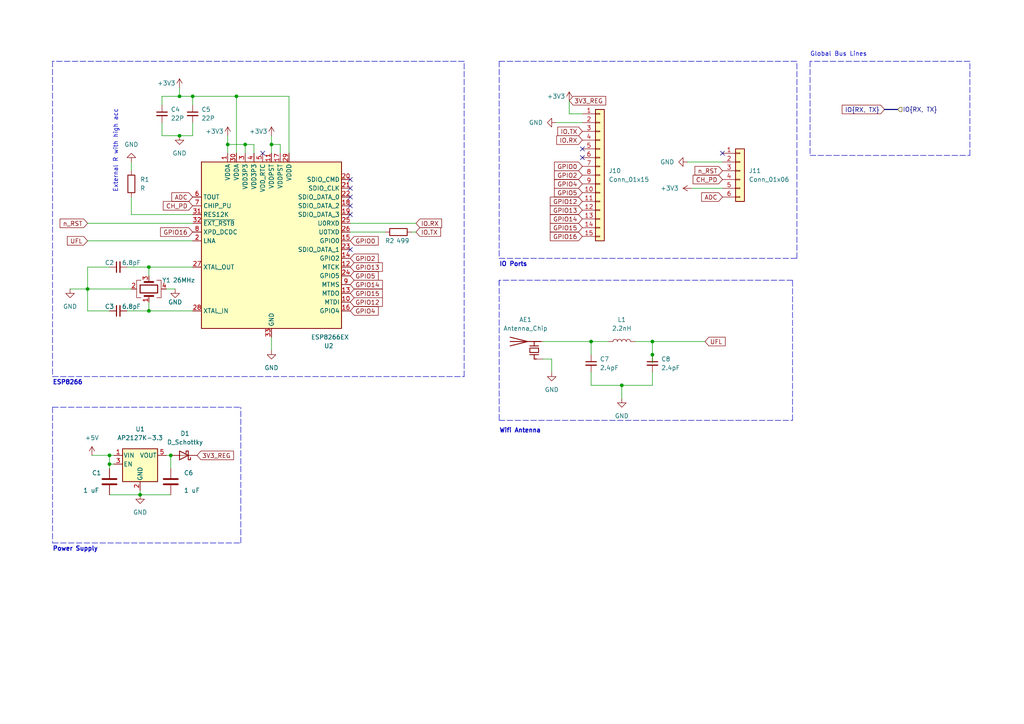
<source format=kicad_sch>
(kicad_sch (version 20211123) (generator eeschema)

  (uuid e26e573d-e07d-4230-9bf8-dc3ddc36dbdf)

  (paper "A4")

  (lib_symbols
    (symbol "Connector_Generic:Conn_01x06" (pin_names (offset 1.016) hide) (in_bom yes) (on_board yes)
      (property "Reference" "J" (id 0) (at 0 7.62 0)
        (effects (font (size 1.27 1.27)))
      )
      (property "Value" "Conn_01x06" (id 1) (at 0 -10.16 0)
        (effects (font (size 1.27 1.27)))
      )
      (property "Footprint" "" (id 2) (at 0 0 0)
        (effects (font (size 1.27 1.27)) hide)
      )
      (property "Datasheet" "~" (id 3) (at 0 0 0)
        (effects (font (size 1.27 1.27)) hide)
      )
      (property "ki_keywords" "connector" (id 4) (at 0 0 0)
        (effects (font (size 1.27 1.27)) hide)
      )
      (property "ki_description" "Generic connector, single row, 01x06, script generated (kicad-library-utils/schlib/autogen/connector/)" (id 5) (at 0 0 0)
        (effects (font (size 1.27 1.27)) hide)
      )
      (property "ki_fp_filters" "Connector*:*_1x??_*" (id 6) (at 0 0 0)
        (effects (font (size 1.27 1.27)) hide)
      )
      (symbol "Conn_01x06_1_1"
        (rectangle (start -1.27 -7.493) (end 0 -7.747)
          (stroke (width 0.1524) (type default) (color 0 0 0 0))
          (fill (type none))
        )
        (rectangle (start -1.27 -4.953) (end 0 -5.207)
          (stroke (width 0.1524) (type default) (color 0 0 0 0))
          (fill (type none))
        )
        (rectangle (start -1.27 -2.413) (end 0 -2.667)
          (stroke (width 0.1524) (type default) (color 0 0 0 0))
          (fill (type none))
        )
        (rectangle (start -1.27 0.127) (end 0 -0.127)
          (stroke (width 0.1524) (type default) (color 0 0 0 0))
          (fill (type none))
        )
        (rectangle (start -1.27 2.667) (end 0 2.413)
          (stroke (width 0.1524) (type default) (color 0 0 0 0))
          (fill (type none))
        )
        (rectangle (start -1.27 5.207) (end 0 4.953)
          (stroke (width 0.1524) (type default) (color 0 0 0 0))
          (fill (type none))
        )
        (rectangle (start -1.27 6.35) (end 1.27 -8.89)
          (stroke (width 0.254) (type default) (color 0 0 0 0))
          (fill (type background))
        )
        (pin passive line (at -5.08 5.08 0) (length 3.81)
          (name "Pin_1" (effects (font (size 1.27 1.27))))
          (number "1" (effects (font (size 1.27 1.27))))
        )
        (pin passive line (at -5.08 2.54 0) (length 3.81)
          (name "Pin_2" (effects (font (size 1.27 1.27))))
          (number "2" (effects (font (size 1.27 1.27))))
        )
        (pin passive line (at -5.08 0 0) (length 3.81)
          (name "Pin_3" (effects (font (size 1.27 1.27))))
          (number "3" (effects (font (size 1.27 1.27))))
        )
        (pin passive line (at -5.08 -2.54 0) (length 3.81)
          (name "Pin_4" (effects (font (size 1.27 1.27))))
          (number "4" (effects (font (size 1.27 1.27))))
        )
        (pin passive line (at -5.08 -5.08 0) (length 3.81)
          (name "Pin_5" (effects (font (size 1.27 1.27))))
          (number "5" (effects (font (size 1.27 1.27))))
        )
        (pin passive line (at -5.08 -7.62 0) (length 3.81)
          (name "Pin_6" (effects (font (size 1.27 1.27))))
          (number "6" (effects (font (size 1.27 1.27))))
        )
      )
    )
    (symbol "Connector_Generic:Conn_01x15" (pin_names (offset 1.016) hide) (in_bom yes) (on_board yes)
      (property "Reference" "J" (id 0) (at 0 20.32 0)
        (effects (font (size 1.27 1.27)))
      )
      (property "Value" "Conn_01x15" (id 1) (at 0 -20.32 0)
        (effects (font (size 1.27 1.27)))
      )
      (property "Footprint" "" (id 2) (at 0 0 0)
        (effects (font (size 1.27 1.27)) hide)
      )
      (property "Datasheet" "~" (id 3) (at 0 0 0)
        (effects (font (size 1.27 1.27)) hide)
      )
      (property "ki_keywords" "connector" (id 4) (at 0 0 0)
        (effects (font (size 1.27 1.27)) hide)
      )
      (property "ki_description" "Generic connector, single row, 01x15, script generated (kicad-library-utils/schlib/autogen/connector/)" (id 5) (at 0 0 0)
        (effects (font (size 1.27 1.27)) hide)
      )
      (property "ki_fp_filters" "Connector*:*_1x??_*" (id 6) (at 0 0 0)
        (effects (font (size 1.27 1.27)) hide)
      )
      (symbol "Conn_01x15_1_1"
        (rectangle (start -1.27 -17.653) (end 0 -17.907)
          (stroke (width 0.1524) (type default) (color 0 0 0 0))
          (fill (type none))
        )
        (rectangle (start -1.27 -15.113) (end 0 -15.367)
          (stroke (width 0.1524) (type default) (color 0 0 0 0))
          (fill (type none))
        )
        (rectangle (start -1.27 -12.573) (end 0 -12.827)
          (stroke (width 0.1524) (type default) (color 0 0 0 0))
          (fill (type none))
        )
        (rectangle (start -1.27 -10.033) (end 0 -10.287)
          (stroke (width 0.1524) (type default) (color 0 0 0 0))
          (fill (type none))
        )
        (rectangle (start -1.27 -7.493) (end 0 -7.747)
          (stroke (width 0.1524) (type default) (color 0 0 0 0))
          (fill (type none))
        )
        (rectangle (start -1.27 -4.953) (end 0 -5.207)
          (stroke (width 0.1524) (type default) (color 0 0 0 0))
          (fill (type none))
        )
        (rectangle (start -1.27 -2.413) (end 0 -2.667)
          (stroke (width 0.1524) (type default) (color 0 0 0 0))
          (fill (type none))
        )
        (rectangle (start -1.27 0.127) (end 0 -0.127)
          (stroke (width 0.1524) (type default) (color 0 0 0 0))
          (fill (type none))
        )
        (rectangle (start -1.27 2.667) (end 0 2.413)
          (stroke (width 0.1524) (type default) (color 0 0 0 0))
          (fill (type none))
        )
        (rectangle (start -1.27 5.207) (end 0 4.953)
          (stroke (width 0.1524) (type default) (color 0 0 0 0))
          (fill (type none))
        )
        (rectangle (start -1.27 7.747) (end 0 7.493)
          (stroke (width 0.1524) (type default) (color 0 0 0 0))
          (fill (type none))
        )
        (rectangle (start -1.27 10.287) (end 0 10.033)
          (stroke (width 0.1524) (type default) (color 0 0 0 0))
          (fill (type none))
        )
        (rectangle (start -1.27 12.827) (end 0 12.573)
          (stroke (width 0.1524) (type default) (color 0 0 0 0))
          (fill (type none))
        )
        (rectangle (start -1.27 15.367) (end 0 15.113)
          (stroke (width 0.1524) (type default) (color 0 0 0 0))
          (fill (type none))
        )
        (rectangle (start -1.27 17.907) (end 0 17.653)
          (stroke (width 0.1524) (type default) (color 0 0 0 0))
          (fill (type none))
        )
        (rectangle (start -1.27 19.05) (end 1.27 -19.05)
          (stroke (width 0.254) (type default) (color 0 0 0 0))
          (fill (type background))
        )
        (pin passive line (at -5.08 17.78 0) (length 3.81)
          (name "Pin_1" (effects (font (size 1.27 1.27))))
          (number "1" (effects (font (size 1.27 1.27))))
        )
        (pin passive line (at -5.08 -5.08 0) (length 3.81)
          (name "Pin_10" (effects (font (size 1.27 1.27))))
          (number "10" (effects (font (size 1.27 1.27))))
        )
        (pin passive line (at -5.08 -7.62 0) (length 3.81)
          (name "Pin_11" (effects (font (size 1.27 1.27))))
          (number "11" (effects (font (size 1.27 1.27))))
        )
        (pin passive line (at -5.08 -10.16 0) (length 3.81)
          (name "Pin_12" (effects (font (size 1.27 1.27))))
          (number "12" (effects (font (size 1.27 1.27))))
        )
        (pin passive line (at -5.08 -12.7 0) (length 3.81)
          (name "Pin_13" (effects (font (size 1.27 1.27))))
          (number "13" (effects (font (size 1.27 1.27))))
        )
        (pin passive line (at -5.08 -15.24 0) (length 3.81)
          (name "Pin_14" (effects (font (size 1.27 1.27))))
          (number "14" (effects (font (size 1.27 1.27))))
        )
        (pin passive line (at -5.08 -17.78 0) (length 3.81)
          (name "Pin_15" (effects (font (size 1.27 1.27))))
          (number "15" (effects (font (size 1.27 1.27))))
        )
        (pin passive line (at -5.08 15.24 0) (length 3.81)
          (name "Pin_2" (effects (font (size 1.27 1.27))))
          (number "2" (effects (font (size 1.27 1.27))))
        )
        (pin passive line (at -5.08 12.7 0) (length 3.81)
          (name "Pin_3" (effects (font (size 1.27 1.27))))
          (number "3" (effects (font (size 1.27 1.27))))
        )
        (pin passive line (at -5.08 10.16 0) (length 3.81)
          (name "Pin_4" (effects (font (size 1.27 1.27))))
          (number "4" (effects (font (size 1.27 1.27))))
        )
        (pin passive line (at -5.08 7.62 0) (length 3.81)
          (name "Pin_5" (effects (font (size 1.27 1.27))))
          (number "5" (effects (font (size 1.27 1.27))))
        )
        (pin passive line (at -5.08 5.08 0) (length 3.81)
          (name "Pin_6" (effects (font (size 1.27 1.27))))
          (number "6" (effects (font (size 1.27 1.27))))
        )
        (pin passive line (at -5.08 2.54 0) (length 3.81)
          (name "Pin_7" (effects (font (size 1.27 1.27))))
          (number "7" (effects (font (size 1.27 1.27))))
        )
        (pin passive line (at -5.08 0 0) (length 3.81)
          (name "Pin_8" (effects (font (size 1.27 1.27))))
          (number "8" (effects (font (size 1.27 1.27))))
        )
        (pin passive line (at -5.08 -2.54 0) (length 3.81)
          (name "Pin_9" (effects (font (size 1.27 1.27))))
          (number "9" (effects (font (size 1.27 1.27))))
        )
      )
    )
    (symbol "Device:Antenna_Chip" (pin_numbers hide) (pin_names (offset 1.016) hide) (in_bom yes) (on_board yes)
      (property "Reference" "AE" (id 0) (at 0 5.08 0)
        (effects (font (size 1.27 1.27)) (justify right))
      )
      (property "Value" "Antenna_Chip" (id 1) (at 0 3.175 0)
        (effects (font (size 1.27 1.27)) (justify right))
      )
      (property "Footprint" "" (id 2) (at -2.54 4.445 0)
        (effects (font (size 1.27 1.27)) hide)
      )
      (property "Datasheet" "~" (id 3) (at -2.54 4.445 0)
        (effects (font (size 1.27 1.27)) hide)
      )
      (property "ki_keywords" "antenna" (id 4) (at 0 0 0)
        (effects (font (size 1.27 1.27)) hide)
      )
      (property "ki_description" "Ceramic chip antenna with pin for PCB trace" (id 5) (at 0 0 0)
        (effects (font (size 1.27 1.27)) hide)
      )
      (symbol "Antenna_Chip_0_1"
        (polyline
          (pts
            (xy -2.54 0)
            (xy -2.54 -0.635)
          )
          (stroke (width 0.254) (type default) (color 0 0 0 0))
          (fill (type none))
        )
        (polyline
          (pts
            (xy -2.54 0)
            (xy -1.27 0)
          )
          (stroke (width 0.254) (type default) (color 0 0 0 0))
          (fill (type none))
        )
        (polyline
          (pts
            (xy 1.27 0)
            (xy 2.54 0)
          )
          (stroke (width 0.254) (type default) (color 0 0 0 0))
          (fill (type none))
        )
        (polyline
          (pts
            (xy 1.27 1.27)
            (xy 1.27 -1.27)
          )
          (stroke (width 0.254) (type default) (color 0 0 0 0))
          (fill (type none))
        )
        (polyline
          (pts
            (xy 2.54 -0.635)
            (xy 2.54 0)
          )
          (stroke (width 0) (type default) (color 0 0 0 0))
          (fill (type none))
        )
        (polyline
          (pts
            (xy 2.54 6.985)
            (xy 2.54 -1.905)
          )
          (stroke (width 0.254) (type default) (color 0 0 0 0))
          (fill (type none))
        )
        (polyline
          (pts
            (xy -1.27 1.27)
            (xy -1.27 -1.27)
            (xy -1.27 0)
          )
          (stroke (width 0.254) (type default) (color 0 0 0 0))
          (fill (type none))
        )
        (polyline
          (pts
            (xy 3.81 6.985)
            (xy 2.54 1.905)
            (xy 1.27 6.985)
          )
          (stroke (width 0.254) (type default) (color 0 0 0 0))
          (fill (type none))
        )
        (polyline
          (pts
            (xy -0.635 1.27)
            (xy 0.635 1.27)
            (xy 0.635 -1.27)
            (xy -0.635 -1.27)
            (xy -0.635 1.27)
          )
          (stroke (width 0.254) (type default) (color 0 0 0 0))
          (fill (type none))
        )
      )
      (symbol "Antenna_Chip_1_1"
        (pin input line (at -2.54 -2.54 90) (length 2.54)
          (name "FEED" (effects (font (size 1.27 1.27))))
          (number "1" (effects (font (size 1.27 1.27))))
        )
        (pin passive line (at 2.54 -2.54 90) (length 2.54)
          (name "PCB_Trace" (effects (font (size 1.27 1.27))))
          (number "2" (effects (font (size 1.27 1.27))))
        )
      )
    )
    (symbol "Device:C" (pin_numbers hide) (pin_names (offset 0.254)) (in_bom yes) (on_board yes)
      (property "Reference" "C" (id 0) (at 0.635 2.54 0)
        (effects (font (size 1.27 1.27)) (justify left))
      )
      (property "Value" "C" (id 1) (at 0.635 -2.54 0)
        (effects (font (size 1.27 1.27)) (justify left))
      )
      (property "Footprint" "" (id 2) (at 0.9652 -3.81 0)
        (effects (font (size 1.27 1.27)) hide)
      )
      (property "Datasheet" "~" (id 3) (at 0 0 0)
        (effects (font (size 1.27 1.27)) hide)
      )
      (property "ki_keywords" "cap capacitor" (id 4) (at 0 0 0)
        (effects (font (size 1.27 1.27)) hide)
      )
      (property "ki_description" "Unpolarized capacitor" (id 5) (at 0 0 0)
        (effects (font (size 1.27 1.27)) hide)
      )
      (property "ki_fp_filters" "C_*" (id 6) (at 0 0 0)
        (effects (font (size 1.27 1.27)) hide)
      )
      (symbol "C_0_1"
        (polyline
          (pts
            (xy -2.032 -0.762)
            (xy 2.032 -0.762)
          )
          (stroke (width 0.508) (type default) (color 0 0 0 0))
          (fill (type none))
        )
        (polyline
          (pts
            (xy -2.032 0.762)
            (xy 2.032 0.762)
          )
          (stroke (width 0.508) (type default) (color 0 0 0 0))
          (fill (type none))
        )
      )
      (symbol "C_1_1"
        (pin passive line (at 0 3.81 270) (length 2.794)
          (name "~" (effects (font (size 1.27 1.27))))
          (number "1" (effects (font (size 1.27 1.27))))
        )
        (pin passive line (at 0 -3.81 90) (length 2.794)
          (name "~" (effects (font (size 1.27 1.27))))
          (number "2" (effects (font (size 1.27 1.27))))
        )
      )
    )
    (symbol "Device:C_Small" (pin_numbers hide) (pin_names (offset 0.254) hide) (in_bom yes) (on_board yes)
      (property "Reference" "C" (id 0) (at 0.254 1.778 0)
        (effects (font (size 1.27 1.27)) (justify left))
      )
      (property "Value" "C_Small" (id 1) (at 0.254 -2.032 0)
        (effects (font (size 1.27 1.27)) (justify left))
      )
      (property "Footprint" "" (id 2) (at 0 0 0)
        (effects (font (size 1.27 1.27)) hide)
      )
      (property "Datasheet" "~" (id 3) (at 0 0 0)
        (effects (font (size 1.27 1.27)) hide)
      )
      (property "ki_keywords" "capacitor cap" (id 4) (at 0 0 0)
        (effects (font (size 1.27 1.27)) hide)
      )
      (property "ki_description" "Unpolarized capacitor, small symbol" (id 5) (at 0 0 0)
        (effects (font (size 1.27 1.27)) hide)
      )
      (property "ki_fp_filters" "C_*" (id 6) (at 0 0 0)
        (effects (font (size 1.27 1.27)) hide)
      )
      (symbol "C_Small_0_1"
        (polyline
          (pts
            (xy -1.524 -0.508)
            (xy 1.524 -0.508)
          )
          (stroke (width 0.3302) (type default) (color 0 0 0 0))
          (fill (type none))
        )
        (polyline
          (pts
            (xy -1.524 0.508)
            (xy 1.524 0.508)
          )
          (stroke (width 0.3048) (type default) (color 0 0 0 0))
          (fill (type none))
        )
      )
      (symbol "C_Small_1_1"
        (pin passive line (at 0 2.54 270) (length 2.032)
          (name "~" (effects (font (size 1.27 1.27))))
          (number "1" (effects (font (size 1.27 1.27))))
        )
        (pin passive line (at 0 -2.54 90) (length 2.032)
          (name "~" (effects (font (size 1.27 1.27))))
          (number "2" (effects (font (size 1.27 1.27))))
        )
      )
    )
    (symbol "Device:Crystal_GND24" (pin_names (offset 1.016) hide) (in_bom yes) (on_board yes)
      (property "Reference" "Y" (id 0) (at 3.175 5.08 0)
        (effects (font (size 1.27 1.27)) (justify left))
      )
      (property "Value" "Crystal_GND24" (id 1) (at 3.175 3.175 0)
        (effects (font (size 1.27 1.27)) (justify left))
      )
      (property "Footprint" "" (id 2) (at 0 0 0)
        (effects (font (size 1.27 1.27)) hide)
      )
      (property "Datasheet" "~" (id 3) (at 0 0 0)
        (effects (font (size 1.27 1.27)) hide)
      )
      (property "ki_keywords" "quartz ceramic resonator oscillator" (id 4) (at 0 0 0)
        (effects (font (size 1.27 1.27)) hide)
      )
      (property "ki_description" "Four pin crystal, GND on pins 2 and 4" (id 5) (at 0 0 0)
        (effects (font (size 1.27 1.27)) hide)
      )
      (property "ki_fp_filters" "Crystal*" (id 6) (at 0 0 0)
        (effects (font (size 1.27 1.27)) hide)
      )
      (symbol "Crystal_GND24_0_1"
        (rectangle (start -1.143 2.54) (end 1.143 -2.54)
          (stroke (width 0.3048) (type default) (color 0 0 0 0))
          (fill (type none))
        )
        (polyline
          (pts
            (xy -2.54 0)
            (xy -2.032 0)
          )
          (stroke (width 0) (type default) (color 0 0 0 0))
          (fill (type none))
        )
        (polyline
          (pts
            (xy -2.032 -1.27)
            (xy -2.032 1.27)
          )
          (stroke (width 0.508) (type default) (color 0 0 0 0))
          (fill (type none))
        )
        (polyline
          (pts
            (xy 0 -3.81)
            (xy 0 -3.556)
          )
          (stroke (width 0) (type default) (color 0 0 0 0))
          (fill (type none))
        )
        (polyline
          (pts
            (xy 0 3.556)
            (xy 0 3.81)
          )
          (stroke (width 0) (type default) (color 0 0 0 0))
          (fill (type none))
        )
        (polyline
          (pts
            (xy 2.032 -1.27)
            (xy 2.032 1.27)
          )
          (stroke (width 0.508) (type default) (color 0 0 0 0))
          (fill (type none))
        )
        (polyline
          (pts
            (xy 2.032 0)
            (xy 2.54 0)
          )
          (stroke (width 0) (type default) (color 0 0 0 0))
          (fill (type none))
        )
        (polyline
          (pts
            (xy -2.54 -2.286)
            (xy -2.54 -3.556)
            (xy 2.54 -3.556)
            (xy 2.54 -2.286)
          )
          (stroke (width 0) (type default) (color 0 0 0 0))
          (fill (type none))
        )
        (polyline
          (pts
            (xy -2.54 2.286)
            (xy -2.54 3.556)
            (xy 2.54 3.556)
            (xy 2.54 2.286)
          )
          (stroke (width 0) (type default) (color 0 0 0 0))
          (fill (type none))
        )
      )
      (symbol "Crystal_GND24_1_1"
        (pin passive line (at -3.81 0 0) (length 1.27)
          (name "1" (effects (font (size 1.27 1.27))))
          (number "1" (effects (font (size 1.27 1.27))))
        )
        (pin passive line (at 0 5.08 270) (length 1.27)
          (name "2" (effects (font (size 1.27 1.27))))
          (number "2" (effects (font (size 1.27 1.27))))
        )
        (pin passive line (at 3.81 0 180) (length 1.27)
          (name "3" (effects (font (size 1.27 1.27))))
          (number "3" (effects (font (size 1.27 1.27))))
        )
        (pin passive line (at 0 -5.08 90) (length 1.27)
          (name "4" (effects (font (size 1.27 1.27))))
          (number "4" (effects (font (size 1.27 1.27))))
        )
      )
    )
    (symbol "Device:D_Schottky" (pin_numbers hide) (pin_names (offset 1.016) hide) (in_bom yes) (on_board yes)
      (property "Reference" "D" (id 0) (at 0 2.54 0)
        (effects (font (size 1.27 1.27)))
      )
      (property "Value" "D_Schottky" (id 1) (at 0 -2.54 0)
        (effects (font (size 1.27 1.27)))
      )
      (property "Footprint" "" (id 2) (at 0 0 0)
        (effects (font (size 1.27 1.27)) hide)
      )
      (property "Datasheet" "~" (id 3) (at 0 0 0)
        (effects (font (size 1.27 1.27)) hide)
      )
      (property "ki_keywords" "diode Schottky" (id 4) (at 0 0 0)
        (effects (font (size 1.27 1.27)) hide)
      )
      (property "ki_description" "Schottky diode" (id 5) (at 0 0 0)
        (effects (font (size 1.27 1.27)) hide)
      )
      (property "ki_fp_filters" "TO-???* *_Diode_* *SingleDiode* D_*" (id 6) (at 0 0 0)
        (effects (font (size 1.27 1.27)) hide)
      )
      (symbol "D_Schottky_0_1"
        (polyline
          (pts
            (xy 1.27 0)
            (xy -1.27 0)
          )
          (stroke (width 0) (type default) (color 0 0 0 0))
          (fill (type none))
        )
        (polyline
          (pts
            (xy 1.27 1.27)
            (xy 1.27 -1.27)
            (xy -1.27 0)
            (xy 1.27 1.27)
          )
          (stroke (width 0.254) (type default) (color 0 0 0 0))
          (fill (type none))
        )
        (polyline
          (pts
            (xy -1.905 0.635)
            (xy -1.905 1.27)
            (xy -1.27 1.27)
            (xy -1.27 -1.27)
            (xy -0.635 -1.27)
            (xy -0.635 -0.635)
          )
          (stroke (width 0.254) (type default) (color 0 0 0 0))
          (fill (type none))
        )
      )
      (symbol "D_Schottky_1_1"
        (pin passive line (at -3.81 0 0) (length 2.54)
          (name "K" (effects (font (size 1.27 1.27))))
          (number "1" (effects (font (size 1.27 1.27))))
        )
        (pin passive line (at 3.81 0 180) (length 2.54)
          (name "A" (effects (font (size 1.27 1.27))))
          (number "2" (effects (font (size 1.27 1.27))))
        )
      )
    )
    (symbol "Device:L" (pin_numbers hide) (pin_names (offset 1.016) hide) (in_bom yes) (on_board yes)
      (property "Reference" "L" (id 0) (at -1.27 0 90)
        (effects (font (size 1.27 1.27)))
      )
      (property "Value" "L" (id 1) (at 1.905 0 90)
        (effects (font (size 1.27 1.27)))
      )
      (property "Footprint" "" (id 2) (at 0 0 0)
        (effects (font (size 1.27 1.27)) hide)
      )
      (property "Datasheet" "~" (id 3) (at 0 0 0)
        (effects (font (size 1.27 1.27)) hide)
      )
      (property "ki_keywords" "inductor choke coil reactor magnetic" (id 4) (at 0 0 0)
        (effects (font (size 1.27 1.27)) hide)
      )
      (property "ki_description" "Inductor" (id 5) (at 0 0 0)
        (effects (font (size 1.27 1.27)) hide)
      )
      (property "ki_fp_filters" "Choke_* *Coil* Inductor_* L_*" (id 6) (at 0 0 0)
        (effects (font (size 1.27 1.27)) hide)
      )
      (symbol "L_0_1"
        (arc (start 0 -2.54) (mid 0.635 -1.905) (end 0 -1.27)
          (stroke (width 0) (type default) (color 0 0 0 0))
          (fill (type none))
        )
        (arc (start 0 -1.27) (mid 0.635 -0.635) (end 0 0)
          (stroke (width 0) (type default) (color 0 0 0 0))
          (fill (type none))
        )
        (arc (start 0 0) (mid 0.635 0.635) (end 0 1.27)
          (stroke (width 0) (type default) (color 0 0 0 0))
          (fill (type none))
        )
        (arc (start 0 1.27) (mid 0.635 1.905) (end 0 2.54)
          (stroke (width 0) (type default) (color 0 0 0 0))
          (fill (type none))
        )
      )
      (symbol "L_1_1"
        (pin passive line (at 0 3.81 270) (length 1.27)
          (name "1" (effects (font (size 1.27 1.27))))
          (number "1" (effects (font (size 1.27 1.27))))
        )
        (pin passive line (at 0 -3.81 90) (length 1.27)
          (name "2" (effects (font (size 1.27 1.27))))
          (number "2" (effects (font (size 1.27 1.27))))
        )
      )
    )
    (symbol "Device:R" (pin_numbers hide) (pin_names (offset 0)) (in_bom yes) (on_board yes)
      (property "Reference" "R" (id 0) (at 2.032 0 90)
        (effects (font (size 1.27 1.27)))
      )
      (property "Value" "R" (id 1) (at 0 0 90)
        (effects (font (size 1.27 1.27)))
      )
      (property "Footprint" "" (id 2) (at -1.778 0 90)
        (effects (font (size 1.27 1.27)) hide)
      )
      (property "Datasheet" "~" (id 3) (at 0 0 0)
        (effects (font (size 1.27 1.27)) hide)
      )
      (property "ki_keywords" "R res resistor" (id 4) (at 0 0 0)
        (effects (font (size 1.27 1.27)) hide)
      )
      (property "ki_description" "Resistor" (id 5) (at 0 0 0)
        (effects (font (size 1.27 1.27)) hide)
      )
      (property "ki_fp_filters" "R_*" (id 6) (at 0 0 0)
        (effects (font (size 1.27 1.27)) hide)
      )
      (symbol "R_0_1"
        (rectangle (start -1.016 -2.54) (end 1.016 2.54)
          (stroke (width 0.254) (type default) (color 0 0 0 0))
          (fill (type none))
        )
      )
      (symbol "R_1_1"
        (pin passive line (at 0 3.81 270) (length 1.27)
          (name "~" (effects (font (size 1.27 1.27))))
          (number "1" (effects (font (size 1.27 1.27))))
        )
        (pin passive line (at 0 -3.81 90) (length 1.27)
          (name "~" (effects (font (size 1.27 1.27))))
          (number "2" (effects (font (size 1.27 1.27))))
        )
      )
    )
    (symbol "MCU_Espressif:ESP8266EX" (in_bom yes) (on_board yes)
      (property "Reference" "U" (id 0) (at 0 2.54 0)
        (effects (font (size 1.27 1.27)))
      )
      (property "Value" "ESP8266EX" (id 1) (at 0 -2.54 0)
        (effects (font (size 1.27 1.27)))
      )
      (property "Footprint" "Package_DFN_QFN:QFN-32-1EP_5x5mm_P0.5mm_EP3.45x3.45mm" (id 2) (at 0 -33.02 0)
        (effects (font (size 1.27 1.27)) hide)
      )
      (property "Datasheet" "http://espressif.com/sites/default/files/documentation/0a-esp8266ex_datasheet_en.pdf" (id 3) (at 2.54 -33.02 0)
        (effects (font (size 1.27 1.27)) hide)
      )
      (property "ki_keywords" "wifi soc" (id 4) (at 0 0 0)
        (effects (font (size 1.27 1.27)) hide)
      )
      (property "ki_description" "Highly integrated Wi-Fi SoC, QFN-32" (id 5) (at 0 0 0)
        (effects (font (size 1.27 1.27)) hide)
      )
      (property "ki_fp_filters" "QFN*1EP*5x5mm*P0.5mm*" (id 6) (at 0 0 0)
        (effects (font (size 1.27 1.27)) hide)
      )
      (symbol "ESP8266EX_0_1"
        (rectangle (start -20.32 22.86) (end 20.32 -25.4)
          (stroke (width 0.254) (type default) (color 0 0 0 0))
          (fill (type background))
        )
      )
      (symbol "ESP8266EX_1_1"
        (pin power_in line (at -12.7 25.4 270) (length 2.54)
          (name "VDDA" (effects (font (size 1.27 1.27))))
          (number "1" (effects (font (size 1.27 1.27))))
        )
        (pin bidirectional line (at 22.86 -17.78 180) (length 2.54)
          (name "MTDI" (effects (font (size 1.27 1.27))))
          (number "10" (effects (font (size 1.27 1.27))))
        )
        (pin power_in line (at 0 25.4 270) (length 2.54)
          (name "VDDPST" (effects (font (size 1.27 1.27))))
          (number "11" (effects (font (size 1.27 1.27))))
        )
        (pin bidirectional line (at 22.86 -7.62 180) (length 2.54)
          (name "MTCK" (effects (font (size 1.27 1.27))))
          (number "12" (effects (font (size 1.27 1.27))))
        )
        (pin bidirectional line (at 22.86 -15.24 180) (length 2.54)
          (name "MTDO" (effects (font (size 1.27 1.27))))
          (number "13" (effects (font (size 1.27 1.27))))
        )
        (pin bidirectional line (at 22.86 -5.08 180) (length 2.54)
          (name "GPIO2" (effects (font (size 1.27 1.27))))
          (number "14" (effects (font (size 1.27 1.27))))
        )
        (pin bidirectional line (at 22.86 0 180) (length 2.54)
          (name "GPIO0" (effects (font (size 1.27 1.27))))
          (number "15" (effects (font (size 1.27 1.27))))
        )
        (pin bidirectional line (at 22.86 -20.32 180) (length 2.54)
          (name "GPIO4" (effects (font (size 1.27 1.27))))
          (number "16" (effects (font (size 1.27 1.27))))
        )
        (pin power_in line (at 2.54 25.4 270) (length 2.54)
          (name "VDDPST" (effects (font (size 1.27 1.27))))
          (number "17" (effects (font (size 1.27 1.27))))
        )
        (pin bidirectional line (at 22.86 10.16 180) (length 2.54)
          (name "SDIO_DATA_2" (effects (font (size 1.27 1.27))))
          (number "18" (effects (font (size 1.27 1.27))))
        )
        (pin bidirectional line (at 22.86 7.62 180) (length 2.54)
          (name "SDIO_DATA_3" (effects (font (size 1.27 1.27))))
          (number "19" (effects (font (size 1.27 1.27))))
        )
        (pin bidirectional line (at -22.86 0 0) (length 2.54)
          (name "LNA" (effects (font (size 1.27 1.27))))
          (number "2" (effects (font (size 1.27 1.27))))
        )
        (pin bidirectional line (at 22.86 17.78 180) (length 2.54)
          (name "SDIO_CMD" (effects (font (size 1.27 1.27))))
          (number "20" (effects (font (size 1.27 1.27))))
        )
        (pin bidirectional line (at 22.86 15.24 180) (length 2.54)
          (name "SDIO_CLK" (effects (font (size 1.27 1.27))))
          (number "21" (effects (font (size 1.27 1.27))))
        )
        (pin bidirectional line (at 22.86 12.7 180) (length 2.54)
          (name "SDIO_DATA_0" (effects (font (size 1.27 1.27))))
          (number "22" (effects (font (size 1.27 1.27))))
        )
        (pin bidirectional line (at 22.86 -2.54 180) (length 2.54)
          (name "SDIO_DATA_1" (effects (font (size 1.27 1.27))))
          (number "23" (effects (font (size 1.27 1.27))))
        )
        (pin bidirectional line (at 22.86 -10.16 180) (length 2.54)
          (name "GPIO5" (effects (font (size 1.27 1.27))))
          (number "24" (effects (font (size 1.27 1.27))))
        )
        (pin bidirectional line (at 22.86 5.08 180) (length 2.54)
          (name "U0RXD" (effects (font (size 1.27 1.27))))
          (number "25" (effects (font (size 1.27 1.27))))
        )
        (pin bidirectional line (at 22.86 2.54 180) (length 2.54)
          (name "U0TXD" (effects (font (size 1.27 1.27))))
          (number "26" (effects (font (size 1.27 1.27))))
        )
        (pin bidirectional line (at -22.86 -7.62 0) (length 2.54)
          (name "XTAL_OUT" (effects (font (size 1.27 1.27))))
          (number "27" (effects (font (size 1.27 1.27))))
        )
        (pin bidirectional line (at -22.86 -20.32 0) (length 2.54)
          (name "XTAL_IN" (effects (font (size 1.27 1.27))))
          (number "28" (effects (font (size 1.27 1.27))))
        )
        (pin power_in line (at 5.08 25.4 270) (length 2.54)
          (name "VDDD" (effects (font (size 1.27 1.27))))
          (number "29" (effects (font (size 1.27 1.27))))
        )
        (pin power_in line (at -7.62 25.4 270) (length 2.54)
          (name "VDD3P3" (effects (font (size 1.27 1.27))))
          (number "3" (effects (font (size 1.27 1.27))))
        )
        (pin power_in line (at -10.16 25.4 270) (length 2.54)
          (name "VDDA" (effects (font (size 1.27 1.27))))
          (number "30" (effects (font (size 1.27 1.27))))
        )
        (pin input line (at -22.86 7.62 0) (length 2.54)
          (name "RES12K" (effects (font (size 1.27 1.27))))
          (number "31" (effects (font (size 1.27 1.27))))
        )
        (pin input line (at -22.86 5.08 0) (length 2.54)
          (name "~{EXT_RSTB}" (effects (font (size 1.27 1.27))))
          (number "32" (effects (font (size 1.27 1.27))))
        )
        (pin power_in line (at 0 -27.94 90) (length 2.54)
          (name "GND" (effects (font (size 1.27 1.27))))
          (number "33" (effects (font (size 1.27 1.27))))
        )
        (pin power_in line (at -5.08 25.4 270) (length 2.54)
          (name "VDD3P3" (effects (font (size 1.27 1.27))))
          (number "4" (effects (font (size 1.27 1.27))))
        )
        (pin power_in line (at -2.54 25.4 270) (length 2.54)
          (name "VDD_RTC" (effects (font (size 1.27 1.27))))
          (number "5" (effects (font (size 1.27 1.27))))
        )
        (pin input line (at -22.86 12.7 0) (length 2.54)
          (name "TOUT" (effects (font (size 1.27 1.27))))
          (number "6" (effects (font (size 1.27 1.27))))
        )
        (pin input line (at -22.86 10.16 0) (length 2.54)
          (name "CHIP_PU" (effects (font (size 1.27 1.27))))
          (number "7" (effects (font (size 1.27 1.27))))
        )
        (pin bidirectional line (at -22.86 2.54 0) (length 2.54)
          (name "XPD_DCDC" (effects (font (size 1.27 1.27))))
          (number "8" (effects (font (size 1.27 1.27))))
        )
        (pin bidirectional line (at 22.86 -12.7 180) (length 2.54)
          (name "MTMS" (effects (font (size 1.27 1.27))))
          (number "9" (effects (font (size 1.27 1.27))))
        )
      )
    )
    (symbol "Regulator_Linear:AP2127K-3.3" (pin_names (offset 0.254)) (in_bom yes) (on_board yes)
      (property "Reference" "U" (id 0) (at -5.08 5.715 0)
        (effects (font (size 1.27 1.27)) (justify left))
      )
      (property "Value" "AP2127K-3.3" (id 1) (at 0 5.715 0)
        (effects (font (size 1.27 1.27)) (justify left))
      )
      (property "Footprint" "Package_TO_SOT_SMD:SOT-23-5" (id 2) (at 0 8.255 0)
        (effects (font (size 1.27 1.27)) hide)
      )
      (property "Datasheet" "https://www.diodes.com/assets/Datasheets/AP2127.pdf" (id 3) (at 0 2.54 0)
        (effects (font (size 1.27 1.27)) hide)
      )
      (property "ki_keywords" "linear regulator ldo fixed positive" (id 4) (at 0 0 0)
        (effects (font (size 1.27 1.27)) hide)
      )
      (property "ki_description" "300mA low dropout linear regulator, shutdown pin, 2.5V-6V input voltage, 3.3V fixed positive output, SOT-23-5" (id 5) (at 0 0 0)
        (effects (font (size 1.27 1.27)) hide)
      )
      (property "ki_fp_filters" "SOT?23?5*" (id 6) (at 0 0 0)
        (effects (font (size 1.27 1.27)) hide)
      )
      (symbol "AP2127K-3.3_0_1"
        (rectangle (start -5.08 4.445) (end 5.08 -5.08)
          (stroke (width 0.254) (type default) (color 0 0 0 0))
          (fill (type background))
        )
      )
      (symbol "AP2127K-3.3_1_1"
        (pin power_in line (at -7.62 2.54 0) (length 2.54)
          (name "VIN" (effects (font (size 1.27 1.27))))
          (number "1" (effects (font (size 1.27 1.27))))
        )
        (pin power_in line (at 0 -7.62 90) (length 2.54)
          (name "GND" (effects (font (size 1.27 1.27))))
          (number "2" (effects (font (size 1.27 1.27))))
        )
        (pin input line (at -7.62 0 0) (length 2.54)
          (name "EN" (effects (font (size 1.27 1.27))))
          (number "3" (effects (font (size 1.27 1.27))))
        )
        (pin no_connect line (at 5.08 0 180) (length 2.54) hide
          (name "NC" (effects (font (size 1.27 1.27))))
          (number "4" (effects (font (size 1.27 1.27))))
        )
        (pin power_out line (at 7.62 2.54 180) (length 2.54)
          (name "VOUT" (effects (font (size 1.27 1.27))))
          (number "5" (effects (font (size 1.27 1.27))))
        )
      )
    )
    (symbol "power:+3V3" (power) (pin_names (offset 0)) (in_bom yes) (on_board yes)
      (property "Reference" "#PWR" (id 0) (at 0 -3.81 0)
        (effects (font (size 1.27 1.27)) hide)
      )
      (property "Value" "+3V3" (id 1) (at 0 3.556 0)
        (effects (font (size 1.27 1.27)))
      )
      (property "Footprint" "" (id 2) (at 0 0 0)
        (effects (font (size 1.27 1.27)) hide)
      )
      (property "Datasheet" "" (id 3) (at 0 0 0)
        (effects (font (size 1.27 1.27)) hide)
      )
      (property "ki_keywords" "global power" (id 4) (at 0 0 0)
        (effects (font (size 1.27 1.27)) hide)
      )
      (property "ki_description" "Power symbol creates a global label with name \"+3V3\"" (id 5) (at 0 0 0)
        (effects (font (size 1.27 1.27)) hide)
      )
      (symbol "+3V3_0_1"
        (polyline
          (pts
            (xy -0.762 1.27)
            (xy 0 2.54)
          )
          (stroke (width 0) (type default) (color 0 0 0 0))
          (fill (type none))
        )
        (polyline
          (pts
            (xy 0 0)
            (xy 0 2.54)
          )
          (stroke (width 0) (type default) (color 0 0 0 0))
          (fill (type none))
        )
        (polyline
          (pts
            (xy 0 2.54)
            (xy 0.762 1.27)
          )
          (stroke (width 0) (type default) (color 0 0 0 0))
          (fill (type none))
        )
      )
      (symbol "+3V3_1_1"
        (pin power_in line (at 0 0 90) (length 0) hide
          (name "+3V3" (effects (font (size 1.27 1.27))))
          (number "1" (effects (font (size 1.27 1.27))))
        )
      )
    )
    (symbol "power:+5V" (power) (pin_names (offset 0)) (in_bom yes) (on_board yes)
      (property "Reference" "#PWR" (id 0) (at 0 -3.81 0)
        (effects (font (size 1.27 1.27)) hide)
      )
      (property "Value" "+5V" (id 1) (at 0 3.556 0)
        (effects (font (size 1.27 1.27)))
      )
      (property "Footprint" "" (id 2) (at 0 0 0)
        (effects (font (size 1.27 1.27)) hide)
      )
      (property "Datasheet" "" (id 3) (at 0 0 0)
        (effects (font (size 1.27 1.27)) hide)
      )
      (property "ki_keywords" "global power" (id 4) (at 0 0 0)
        (effects (font (size 1.27 1.27)) hide)
      )
      (property "ki_description" "Power symbol creates a global label with name \"+5V\"" (id 5) (at 0 0 0)
        (effects (font (size 1.27 1.27)) hide)
      )
      (symbol "+5V_0_1"
        (polyline
          (pts
            (xy -0.762 1.27)
            (xy 0 2.54)
          )
          (stroke (width 0) (type default) (color 0 0 0 0))
          (fill (type none))
        )
        (polyline
          (pts
            (xy 0 0)
            (xy 0 2.54)
          )
          (stroke (width 0) (type default) (color 0 0 0 0))
          (fill (type none))
        )
        (polyline
          (pts
            (xy 0 2.54)
            (xy 0.762 1.27)
          )
          (stroke (width 0) (type default) (color 0 0 0 0))
          (fill (type none))
        )
      )
      (symbol "+5V_1_1"
        (pin power_in line (at 0 0 90) (length 0) hide
          (name "+5V" (effects (font (size 1.27 1.27))))
          (number "1" (effects (font (size 1.27 1.27))))
        )
      )
    )
    (symbol "power:GND" (power) (pin_names (offset 0)) (in_bom yes) (on_board yes)
      (property "Reference" "#PWR" (id 0) (at 0 -6.35 0)
        (effects (font (size 1.27 1.27)) hide)
      )
      (property "Value" "GND" (id 1) (at 0 -3.81 0)
        (effects (font (size 1.27 1.27)))
      )
      (property "Footprint" "" (id 2) (at 0 0 0)
        (effects (font (size 1.27 1.27)) hide)
      )
      (property "Datasheet" "" (id 3) (at 0 0 0)
        (effects (font (size 1.27 1.27)) hide)
      )
      (property "ki_keywords" "global power" (id 4) (at 0 0 0)
        (effects (font (size 1.27 1.27)) hide)
      )
      (property "ki_description" "Power symbol creates a global label with name \"GND\" , ground" (id 5) (at 0 0 0)
        (effects (font (size 1.27 1.27)) hide)
      )
      (symbol "GND_0_1"
        (polyline
          (pts
            (xy 0 0)
            (xy 0 -1.27)
            (xy 1.27 -1.27)
            (xy 0 -2.54)
            (xy -1.27 -1.27)
            (xy 0 -1.27)
          )
          (stroke (width 0) (type default) (color 0 0 0 0))
          (fill (type none))
        )
      )
      (symbol "GND_1_1"
        (pin power_in line (at 0 0 270) (length 0) hide
          (name "GND" (effects (font (size 1.27 1.27))))
          (number "1" (effects (font (size 1.27 1.27))))
        )
      )
    )
  )

  (junction (at 49.53 132.08) (diameter 0) (color 0 0 0 0)
    (uuid 0650d337-8149-415e-84b0-6bebf80de0f8)
  )
  (junction (at 78.74 41.91) (diameter 0) (color 0 0 0 0)
    (uuid 11c168a2-a608-4b25-a16d-e50872731f66)
  )
  (junction (at 55.88 27.94) (diameter 0) (color 0 0 0 0)
    (uuid 181852d8-6e68-4492-8031-1399ce41c855)
  )
  (junction (at 52.07 39.37) (diameter 0) (color 0 0 0 0)
    (uuid 3742441c-8a6f-4d0d-805c-e7ad1caae601)
  )
  (junction (at 68.58 27.94) (diameter 0) (color 0 0 0 0)
    (uuid 3e8c6c8d-4f2c-4861-89af-cde0f5a07b02)
  )
  (junction (at 52.07 27.94) (diameter 0) (color 0 0 0 0)
    (uuid 3fd141e9-9344-4814-9aea-769519faf980)
  )
  (junction (at 43.18 77.47) (diameter 0) (color 0 0 0 0)
    (uuid 41c91efb-4fdc-4d39-8bbd-16f882d8e640)
  )
  (junction (at 25.4 83.82) (diameter 0) (color 0 0 0 0)
    (uuid 4843b7c9-9917-49c6-aa02-ec4acba970f0)
  )
  (junction (at 31.75 134.62) (diameter 0) (color 0 0 0 0)
    (uuid 5ddc0d40-9256-4e20-9ac5-ddda187c7d36)
  )
  (junction (at 43.18 90.17) (diameter 0) (color 0 0 0 0)
    (uuid 82adfc1c-4ddf-4c63-bc48-56a2afd1166f)
  )
  (junction (at 71.12 41.91) (diameter 0) (color 0 0 0 0)
    (uuid 86c64faa-4983-4555-af79-15fcb892b940)
  )
  (junction (at 40.64 143.51) (diameter 0) (color 0 0 0 0)
    (uuid 8dca2692-cf4c-43dc-8427-6e2d25350d06)
  )
  (junction (at 189.23 102.87) (diameter 0) (color 0 0 0 0)
    (uuid 90008b3e-889f-48db-88d8-17e01c4ca0e7)
  )
  (junction (at 180.34 111.76) (diameter 0) (color 0 0 0 0)
    (uuid ba3ec30e-ce9e-4ef6-bc73-a71545137f4f)
  )
  (junction (at 31.75 132.08) (diameter 0) (color 0 0 0 0)
    (uuid ce120dfc-1ff8-4a25-aaf0-115275106600)
  )
  (junction (at 66.04 41.91) (diameter 0) (color 0 0 0 0)
    (uuid cfe7334d-2ddb-4206-bcae-16516222c249)
  )
  (junction (at 189.23 99.06) (diameter 0) (color 0 0 0 0)
    (uuid d61ee08c-d72c-4016-8907-5a3038e8c2df)
  )
  (junction (at 171.45 99.06) (diameter 0) (color 0 0 0 0)
    (uuid fff802d2-9f54-47a8-943c-d58727c42ff8)
  )

  (no_connect (at 76.2 44.45) (uuid 25e2a2aa-527e-4bda-97ba-323d7b327cd8))
  (no_connect (at 101.6 57.15) (uuid 2b18345b-cada-4fe1-a07c-575ee8cede6a))
  (no_connect (at 101.6 54.61) (uuid 46b3c779-e4cc-4a85-9121-e853b7f7e075))
  (no_connect (at 101.6 59.69) (uuid 47094c3e-a949-41bd-be55-f9148c16bb2b))
  (no_connect (at 101.6 72.39) (uuid 4956cb64-d15d-49ed-af93-b34534bcc2eb))
  (no_connect (at 168.91 45.72) (uuid 548d59f3-847f-41af-9fda-31f284aa8619))
  (no_connect (at 101.6 52.07) (uuid 66dcb4ac-8424-4079-a618-34026b34f5d6))
  (no_connect (at 168.91 43.18) (uuid 8292ecce-89b8-4fae-9879-cb978eceee68))
  (no_connect (at 209.55 44.45) (uuid a9bc2372-7404-4546-a9ac-24b27ff7a075))
  (no_connect (at 101.6 62.23) (uuid b005914e-94c3-4785-962a-9c29973af42c))

  (polyline (pts (xy 15.24 118.11) (xy 69.85 118.11))
    (stroke (width 0) (type default) (color 0 0 0 0))
    (uuid 00999d01-e915-468b-8260-153cdbc679b8)
  )

  (wire (pts (xy 31.75 132.08) (xy 31.75 134.62))
    (stroke (width 0) (type default) (color 0 0 0 0))
    (uuid 02147d89-e53d-449c-afcf-7b443324781a)
  )
  (wire (pts (xy 171.45 99.06) (xy 176.53 99.06))
    (stroke (width 0) (type default) (color 0 0 0 0))
    (uuid 0245e95a-b3e1-45e7-a87e-7c4f09ecca85)
  )
  (wire (pts (xy 55.88 27.94) (xy 55.88 30.48))
    (stroke (width 0) (type default) (color 0 0 0 0))
    (uuid 072efce6-02c2-4456-9a57-346766153cc0)
  )
  (wire (pts (xy 55.88 27.94) (xy 68.58 27.94))
    (stroke (width 0) (type default) (color 0 0 0 0))
    (uuid 0b912fa4-9a97-41c7-b3f6-ce43b987884a)
  )
  (wire (pts (xy 40.64 143.51) (xy 49.53 143.51))
    (stroke (width 0) (type default) (color 0 0 0 0))
    (uuid 0d73df5f-5f48-4e81-8de3-0cd13934c39d)
  )
  (wire (pts (xy 36.83 90.17) (xy 43.18 90.17))
    (stroke (width 0) (type default) (color 0 0 0 0))
    (uuid 14b1db73-b358-450d-818c-aca9681a98dc)
  )
  (wire (pts (xy 26.67 132.08) (xy 31.75 132.08))
    (stroke (width 0) (type default) (color 0 0 0 0))
    (uuid 1ae83d27-9149-454b-9a13-6b42cb46eb6d)
  )
  (wire (pts (xy 161.29 35.56) (xy 168.91 35.56))
    (stroke (width 0) (type default) (color 0 0 0 0))
    (uuid 1e6147f4-0856-4630-8362-ba068eb2db96)
  )
  (wire (pts (xy 52.07 27.94) (xy 55.88 27.94))
    (stroke (width 0) (type default) (color 0 0 0 0))
    (uuid 1f16666b-f218-4cf2-9fdf-b8f5c0507a98)
  )
  (wire (pts (xy 120.65 64.77) (xy 101.6 64.77))
    (stroke (width 0) (type default) (color 0 0 0 0))
    (uuid 21df45d1-bfed-4681-9cde-87be301bc242)
  )
  (polyline (pts (xy 229.87 121.92) (xy 229.87 81.28))
    (stroke (width 0) (type default) (color 0 0 0 0))
    (uuid 25558da9-3802-444f-ad51-c305f85d0d2e)
  )

  (wire (pts (xy 157.48 104.14) (xy 160.02 104.14))
    (stroke (width 0) (type default) (color 0 0 0 0))
    (uuid 25daf9fa-11b8-4057-8110-8336f99eddaf)
  )
  (wire (pts (xy 71.12 41.91) (xy 73.66 41.91))
    (stroke (width 0) (type default) (color 0 0 0 0))
    (uuid 2a1f6d32-1d48-4834-bf2a-1ca8ad0aac27)
  )
  (wire (pts (xy 25.4 83.82) (xy 25.4 77.47))
    (stroke (width 0) (type default) (color 0 0 0 0))
    (uuid 2b9c2209-40b9-46cf-8c8c-39f56aca7d1e)
  )
  (wire (pts (xy 25.4 64.77) (xy 55.88 64.77))
    (stroke (width 0) (type default) (color 0 0 0 0))
    (uuid 30493e8a-32c9-42fd-9e93-dc934343d677)
  )
  (wire (pts (xy 52.07 39.37) (xy 55.88 39.37))
    (stroke (width 0) (type default) (color 0 0 0 0))
    (uuid 39d3d953-8b6c-477d-b375-e26b4814a57c)
  )
  (wire (pts (xy 199.39 46.99) (xy 209.55 46.99))
    (stroke (width 0) (type default) (color 0 0 0 0))
    (uuid 3e54997f-fcf3-4cd7-b056-d9f6e2a02464)
  )
  (wire (pts (xy 43.18 77.47) (xy 43.18 80.01))
    (stroke (width 0) (type default) (color 0 0 0 0))
    (uuid 414322b0-26ba-4aec-be32-8a68c9d9d104)
  )
  (wire (pts (xy 25.4 77.47) (xy 31.75 77.47))
    (stroke (width 0) (type default) (color 0 0 0 0))
    (uuid 4374707e-bca3-4fce-a569-2d933e06c01c)
  )
  (wire (pts (xy 49.53 132.08) (xy 48.26 132.08))
    (stroke (width 0) (type default) (color 0 0 0 0))
    (uuid 44ae3c40-fe73-43f6-b4c8-5d20e0ad5925)
  )
  (polyline (pts (xy 15.24 157.48) (xy 69.85 157.48))
    (stroke (width 0) (type default) (color 0 0 0 0))
    (uuid 46ddbeed-e650-428f-9a46-5085f6cecc3d)
  )

  (wire (pts (xy 38.1 62.23) (xy 38.1 57.15))
    (stroke (width 0) (type default) (color 0 0 0 0))
    (uuid 49597151-90a3-4770-89af-d3eeac895e27)
  )
  (polyline (pts (xy 144.78 17.78) (xy 231.14 17.78))
    (stroke (width 0) (type default) (color 0 0 0 0))
    (uuid 49a32643-d209-48c8-b708-c6122a8f19fa)
  )

  (wire (pts (xy 189.23 99.06) (xy 204.47 99.06))
    (stroke (width 0) (type default) (color 0 0 0 0))
    (uuid 4a2d61eb-42cb-41e0-89ff-8aba829c5ce8)
  )
  (wire (pts (xy 189.23 111.76) (xy 189.23 107.95))
    (stroke (width 0) (type default) (color 0 0 0 0))
    (uuid 4ff21c02-1c41-4325-aaf0-a682f4773fd6)
  )
  (wire (pts (xy 78.74 97.79) (xy 78.74 101.6))
    (stroke (width 0) (type default) (color 0 0 0 0))
    (uuid 51791f08-93f2-4524-9f87-fedf900fa24c)
  )
  (wire (pts (xy 119.38 67.31) (xy 120.65 67.31))
    (stroke (width 0) (type default) (color 0 0 0 0))
    (uuid 568fa9cd-2d91-426d-a5aa-effd12cdb784)
  )
  (polyline (pts (xy 15.24 118.11) (xy 15.24 157.48))
    (stroke (width 0) (type default) (color 0 0 0 0))
    (uuid 58327951-5252-4542-abf2-8bd0a702966a)
  )

  (wire (pts (xy 31.75 143.51) (xy 40.64 143.51))
    (stroke (width 0) (type default) (color 0 0 0 0))
    (uuid 59f2136a-3cba-4386-b11e-0796dfdf8576)
  )
  (wire (pts (xy 165.1 29.21) (xy 165.1 33.02))
    (stroke (width 0) (type default) (color 0 0 0 0))
    (uuid 5c56f4a2-2ddc-415c-aa3a-954848ee42bb)
  )
  (wire (pts (xy 78.74 39.37) (xy 78.74 41.91))
    (stroke (width 0) (type default) (color 0 0 0 0))
    (uuid 5dae3dd3-face-49f3-a25c-40188e0a854e)
  )
  (wire (pts (xy 25.4 90.17) (xy 25.4 83.82))
    (stroke (width 0) (type default) (color 0 0 0 0))
    (uuid 622b4f47-171e-4ce1-8dd2-177396f8beac)
  )
  (wire (pts (xy 189.23 102.87) (xy 189.23 105.41))
    (stroke (width 0) (type default) (color 0 0 0 0))
    (uuid 63cb938c-400b-4245-8e1d-80f0fa6acfca)
  )
  (wire (pts (xy 43.18 87.63) (xy 43.18 90.17))
    (stroke (width 0) (type default) (color 0 0 0 0))
    (uuid 69ab17ed-c6c0-4364-b291-1ad6ed54d1e3)
  )
  (wire (pts (xy 66.04 44.45) (xy 66.04 41.91))
    (stroke (width 0) (type default) (color 0 0 0 0))
    (uuid 6b9ed1b2-8295-41ae-b394-fa20dc3fd69b)
  )
  (wire (pts (xy 31.75 134.62) (xy 31.75 135.89))
    (stroke (width 0) (type default) (color 0 0 0 0))
    (uuid 6c956748-6691-457f-a209-e83893ab6bee)
  )
  (wire (pts (xy 43.18 77.47) (xy 55.88 77.47))
    (stroke (width 0) (type default) (color 0 0 0 0))
    (uuid 6cf50b9a-b971-46a2-ae08-316bfe84b613)
  )
  (wire (pts (xy 46.99 35.56) (xy 46.99 39.37))
    (stroke (width 0) (type default) (color 0 0 0 0))
    (uuid 6e4efd5b-3628-4fac-8c22-5dda874c41aa)
  )
  (polyline (pts (xy 234.95 29.21) (xy 234.95 45.085))
    (stroke (width 0) (type default) (color 0 0 0 0))
    (uuid 7089d922-478e-47eb-98df-4d4ece0f43b2)
  )

  (wire (pts (xy 78.74 41.91) (xy 78.74 44.45))
    (stroke (width 0) (type default) (color 0 0 0 0))
    (uuid 711c92b8-1e2c-44dd-a3c0-1108904bc61b)
  )
  (wire (pts (xy 168.91 33.02) (xy 165.1 33.02))
    (stroke (width 0) (type default) (color 0 0 0 0))
    (uuid 718afb2d-d9ed-41d0-a5f3-60578486376e)
  )
  (wire (pts (xy 68.58 27.94) (xy 68.58 44.45))
    (stroke (width 0) (type default) (color 0 0 0 0))
    (uuid 748301f5-e055-46eb-9db9-0aa4481f6e48)
  )
  (wire (pts (xy 46.99 39.37) (xy 52.07 39.37))
    (stroke (width 0) (type default) (color 0 0 0 0))
    (uuid 75794a24-a9fc-43c6-a5c6-2a6ef0baa4f1)
  )
  (wire (pts (xy 25.4 83.82) (xy 38.1 83.82))
    (stroke (width 0) (type default) (color 0 0 0 0))
    (uuid 75dbf9da-24b6-4fda-a566-12c8265750fc)
  )
  (polyline (pts (xy 229.87 81.28) (xy 144.78 81.28))
    (stroke (width 0) (type default) (color 0 0 0 0))
    (uuid 7954f25b-c4f1-49cb-8e72-a6194348dad4)
  )

  (wire (pts (xy 73.66 41.91) (xy 73.66 44.45))
    (stroke (width 0) (type default) (color 0 0 0 0))
    (uuid 7a2c9b53-29e1-4548-8a5a-5cd5f0e31aa4)
  )
  (wire (pts (xy 55.88 39.37) (xy 55.88 35.56))
    (stroke (width 0) (type default) (color 0 0 0 0))
    (uuid 7e81948f-2e3a-4853-859c-111a4c6556d0)
  )
  (wire (pts (xy 49.53 135.89) (xy 49.53 132.08))
    (stroke (width 0) (type default) (color 0 0 0 0))
    (uuid 7ecfce95-5d54-43ac-87f6-6b08594e6df8)
  )
  (wire (pts (xy 20.32 83.82) (xy 25.4 83.82))
    (stroke (width 0) (type default) (color 0 0 0 0))
    (uuid 81139fe7-89c8-4d07-b928-f9a224a566f3)
  )
  (wire (pts (xy 171.45 111.76) (xy 180.34 111.76))
    (stroke (width 0) (type default) (color 0 0 0 0))
    (uuid 82817e35-cb72-40de-89eb-f6495fdc668b)
  )
  (wire (pts (xy 66.04 41.91) (xy 71.12 41.91))
    (stroke (width 0) (type default) (color 0 0 0 0))
    (uuid 86445699-972b-40e2-95db-b38d56412501)
  )
  (wire (pts (xy 83.82 44.45) (xy 83.82 27.94))
    (stroke (width 0) (type default) (color 0 0 0 0))
    (uuid 86ee6178-d0d1-4c64-8cdc-4e898a2a9ca4)
  )
  (wire (pts (xy 157.48 99.06) (xy 171.45 99.06))
    (stroke (width 0) (type default) (color 0 0 0 0))
    (uuid 892d6376-27a8-4a7f-8288-d645d99439f7)
  )
  (wire (pts (xy 55.88 62.23) (xy 38.1 62.23))
    (stroke (width 0) (type default) (color 0 0 0 0))
    (uuid 8c43a116-1ef6-4ad5-a291-0cd416e5b390)
  )
  (polyline (pts (xy 281.305 17.78) (xy 234.95 17.78))
    (stroke (width 0) (type default) (color 0 0 0 0))
    (uuid 8f13949a-1342-461b-a7a0-3dac7ca6f361)
  )

  (wire (pts (xy 71.12 41.91) (xy 71.12 44.45))
    (stroke (width 0) (type default) (color 0 0 0 0))
    (uuid 91936ff7-707c-4508-b28d-35fdd9ebd418)
  )
  (wire (pts (xy 25.4 69.85) (xy 55.88 69.85))
    (stroke (width 0) (type default) (color 0 0 0 0))
    (uuid 925d9356-cf75-475b-8770-4e9af45614a6)
  )
  (wire (pts (xy 171.45 99.06) (xy 171.45 102.87))
    (stroke (width 0) (type default) (color 0 0 0 0))
    (uuid 93b24413-7768-48d1-9230-b7998137845e)
  )
  (polyline (pts (xy 144.78 74.93) (xy 231.14 74.93))
    (stroke (width 0) (type default) (color 0 0 0 0))
    (uuid a4c1c144-09cc-4d15-9f67-5c5bdb9da27e)
  )
  (polyline (pts (xy 234.95 45.085) (xy 281.305 45.085))
    (stroke (width 0) (type default) (color 0 0 0 0))
    (uuid a4e46e7e-0fdb-4a10-91d8-240b977eb6d8)
  )
  (polyline (pts (xy 134.62 17.78) (xy 15.24 17.78))
    (stroke (width 0) (type default) (color 0 0 0 0))
    (uuid a5c8a120-d516-4fad-ac2d-c62102037b9e)
  )
  (polyline (pts (xy 144.78 121.92) (xy 229.87 121.92))
    (stroke (width 0) (type default) (color 0 0 0 0))
    (uuid a99eb8db-9ec3-47b1-80a3-0473a28439b0)
  )

  (wire (pts (xy 101.6 67.31) (xy 111.76 67.31))
    (stroke (width 0) (type default) (color 0 0 0 0))
    (uuid ade77a6b-112b-46a6-ba85-2a22930d02cf)
  )
  (wire (pts (xy 81.28 41.91) (xy 78.74 41.91))
    (stroke (width 0) (type default) (color 0 0 0 0))
    (uuid aeb99169-1251-4142-b2d6-e54dd6c3d375)
  )
  (polyline (pts (xy 234.95 17.78) (xy 234.95 29.21))
    (stroke (width 0) (type default) (color 0 0 0 0))
    (uuid b35c02bc-043a-4f69-a650-8739a66c3ed6)
  )

  (wire (pts (xy 171.45 107.95) (xy 171.45 111.76))
    (stroke (width 0) (type default) (color 0 0 0 0))
    (uuid b4361af3-79aa-417d-8d75-2dbaa404030e)
  )
  (polyline (pts (xy 144.78 81.28) (xy 144.78 121.92))
    (stroke (width 0) (type default) (color 0 0 0 0))
    (uuid b58ab957-6113-4484-bfb4-7c52bbc90312)
  )

  (wire (pts (xy 52.07 25.4) (xy 52.07 27.94))
    (stroke (width 0) (type default) (color 0 0 0 0))
    (uuid b7c42032-8d65-4991-a2bf-801d3523a1f9)
  )
  (polyline (pts (xy 15.24 17.78) (xy 15.24 109.22))
    (stroke (width 0) (type default) (color 0 0 0 0))
    (uuid b7e35f72-b36a-403d-8abc-d9d87e639f20)
  )

  (wire (pts (xy 36.83 77.47) (xy 43.18 77.47))
    (stroke (width 0) (type default) (color 0 0 0 0))
    (uuid b93f7c87-f79b-41ed-94f3-20a6c35672b6)
  )
  (wire (pts (xy 66.04 39.37) (xy 66.04 41.91))
    (stroke (width 0) (type default) (color 0 0 0 0))
    (uuid b9e99e7b-910e-4e8c-a1ae-e342a6d81ba8)
  )
  (wire (pts (xy 184.15 99.06) (xy 189.23 99.06))
    (stroke (width 0) (type default) (color 0 0 0 0))
    (uuid bb71d685-5c4f-46bd-9d64-194370af7cf5)
  )
  (wire (pts (xy 38.1 46.99) (xy 38.1 49.53))
    (stroke (width 0) (type default) (color 0 0 0 0))
    (uuid be959a6b-4661-4a9a-bcef-da89b4b4f38d)
  )
  (bus (pts (xy 256.54 31.75) (xy 260.35 31.75))
    (stroke (width 0) (type default) (color 0 0 0 0))
    (uuid bf831299-768f-49e0-afbb-89349839e5d7)
  )

  (wire (pts (xy 40.64 143.51) (xy 40.64 142.24))
    (stroke (width 0) (type default) (color 0 0 0 0))
    (uuid c340d0e3-2849-41ef-9a39-5eb657941e60)
  )
  (wire (pts (xy 81.28 44.45) (xy 81.28 41.91))
    (stroke (width 0) (type default) (color 0 0 0 0))
    (uuid c419d128-6230-4cce-8bf6-30f6e3250403)
  )
  (polyline (pts (xy 281.305 45.085) (xy 281.305 29.21))
    (stroke (width 0) (type default) (color 0 0 0 0))
    (uuid c61ed21b-206a-4596-9e00-ce304dc76f54)
  )

  (wire (pts (xy 46.99 30.48) (xy 46.99 27.94))
    (stroke (width 0) (type default) (color 0 0 0 0))
    (uuid c7e74298-d9fa-4d30-a368-d58758400568)
  )
  (wire (pts (xy 180.34 111.76) (xy 189.23 111.76))
    (stroke (width 0) (type default) (color 0 0 0 0))
    (uuid c87d1204-2c69-4d3e-be06-d12460b1fbf5)
  )
  (wire (pts (xy 46.99 27.94) (xy 52.07 27.94))
    (stroke (width 0) (type default) (color 0 0 0 0))
    (uuid cae46197-ec0b-4006-928d-00a5ebbf95cd)
  )
  (wire (pts (xy 31.75 134.62) (xy 33.02 134.62))
    (stroke (width 0) (type default) (color 0 0 0 0))
    (uuid d47a9282-3a44-476b-bf6e-7d213148dd07)
  )
  (wire (pts (xy 180.34 111.76) (xy 180.34 115.57))
    (stroke (width 0) (type default) (color 0 0 0 0))
    (uuid d5638a42-f3e1-4597-9b50-aa3036c67a33)
  )
  (polyline (pts (xy 281.305 29.21) (xy 281.305 17.78))
    (stroke (width 0) (type default) (color 0 0 0 0))
    (uuid da16a0b7-0011-4f48-a819-a829fbf7e906)
  )

  (wire (pts (xy 48.26 83.82) (xy 50.8 83.82))
    (stroke (width 0) (type default) (color 0 0 0 0))
    (uuid da2932ae-291a-4861-b15e-fb44db217c01)
  )
  (wire (pts (xy 31.75 90.17) (xy 25.4 90.17))
    (stroke (width 0) (type default) (color 0 0 0 0))
    (uuid da2c76e9-3f9d-4ec5-9c2c-952edc8e61f4)
  )
  (polyline (pts (xy 15.24 109.22) (xy 134.62 109.22))
    (stroke (width 0) (type default) (color 0 0 0 0))
    (uuid dbc488fe-a383-4eac-b9e9-eb11ea3e837e)
  )
  (polyline (pts (xy 69.85 157.48) (xy 69.85 118.11))
    (stroke (width 0) (type default) (color 0 0 0 0))
    (uuid dc617f17-2c02-4b29-b22c-58b417afba0e)
  )
  (polyline (pts (xy 144.78 81.28) (xy 144.78 82.55))
    (stroke (width 0) (type default) (color 0 0 0 0))
    (uuid e4877e2c-eb8c-43d4-a9e4-c7b11128cc13)
  )
  (polyline (pts (xy 231.14 74.93) (xy 231.14 17.78))
    (stroke (width 0) (type default) (color 0 0 0 0))
    (uuid e60b28b3-8ed0-4878-8dc5-5a12fd08fc9c)
  )
  (polyline (pts (xy 144.78 17.78) (xy 144.78 74.93))
    (stroke (width 0) (type default) (color 0 0 0 0))
    (uuid ebb5830a-ecb4-400a-a716-a981623deb06)
  )

  (wire (pts (xy 43.18 90.17) (xy 55.88 90.17))
    (stroke (width 0) (type default) (color 0 0 0 0))
    (uuid ebf47382-261c-4a1d-ba74-7c110998f4d8)
  )
  (wire (pts (xy 83.82 27.94) (xy 68.58 27.94))
    (stroke (width 0) (type default) (color 0 0 0 0))
    (uuid ecf43b40-942b-42be-b47b-f135e5653d17)
  )
  (wire (pts (xy 200.66 54.61) (xy 209.55 54.61))
    (stroke (width 0) (type default) (color 0 0 0 0))
    (uuid ed20937f-539f-403d-8139-0968de4d6787)
  )
  (polyline (pts (xy 134.62 109.22) (xy 134.62 17.78))
    (stroke (width 0) (type default) (color 0 0 0 0))
    (uuid f00c8102-f1b3-439e-aea2-e4a58995763a)
  )

  (wire (pts (xy 189.23 99.06) (xy 189.23 102.87))
    (stroke (width 0) (type default) (color 0 0 0 0))
    (uuid f00cb73e-c53c-44b2-b700-95fffec9e642)
  )
  (wire (pts (xy 160.02 104.14) (xy 160.02 107.95))
    (stroke (width 0) (type default) (color 0 0 0 0))
    (uuid f5b60488-a510-4e73-92ca-1090e9a2c868)
  )
  (wire (pts (xy 31.75 132.08) (xy 33.02 132.08))
    (stroke (width 0) (type default) (color 0 0 0 0))
    (uuid fc9c0b41-9cdc-4c9a-bcea-44c2cb21416a)
  )

  (text "Global Bus Lines" (at 234.95 16.51 0)
    (effects (font (size 1.27 1.27)) (justify left bottom))
    (uuid 04ebc951-9dd2-46a9-b094-b1946054840f)
  )
  (text "ESP8266" (at 15.24 111.76 0)
    (effects (font (size 1.27 1.27) (thickness 0.254) bold) (justify left bottom))
    (uuid 0fcb6775-45c7-4711-b41d-fb84473b3b46)
  )
  (text "External R with high acc\n" (at 34.29 55.88 90)
    (effects (font (size 1.27 1.27)) (justify left bottom))
    (uuid 11d638b6-7379-4be5-acd6-4b277c4d5ef3)
  )
  (text "Wifi Antenna\n" (at 144.78 125.73 0)
    (effects (font (size 1.27 1.27) (thickness 0.254) bold) (justify left bottom))
    (uuid 19772769-b434-491a-a04f-57cb4b2947fa)
  )
  (text "IO Ports\n" (at 144.78 77.47 0)
    (effects (font (size 1.27 1.27) (thickness 0.254) bold) (justify left bottom))
    (uuid 2b3089db-fce2-46c0-a147-9e87d08f4e1b)
  )
  (text "Power Supply\n" (at 15.24 160.02 0)
    (effects (font (size 1.27 1.27) (thickness 0.254) bold) (justify left bottom))
    (uuid 3d1c1a2a-2492-452d-8234-14af9cf4155a)
  )

  (global_label "ADC" (shape input) (at 55.88 57.15 180) (fields_autoplaced)
    (effects (font (size 1.27 1.27)) (justify right))
    (uuid 0228cae2-0720-4628-bbb5-ba774df2e79d)
    (property "Intersheet References" "${INTERSHEET_REFS}" (id 0) (at 49.8383 57.0706 0)
      (effects (font (size 1.27 1.27)) (justify right) hide)
    )
  )
  (global_label "GPIO2" (shape input) (at 101.6 74.93 0) (fields_autoplaced)
    (effects (font (size 1.27 1.27)) (justify left))
    (uuid 04e3bf84-cfe1-4ee3-b5d7-e3a6e7e91c40)
    (property "Intersheet References" "${INTERSHEET_REFS}" (id 0) (at 109.6979 74.8506 0)
      (effects (font (size 1.27 1.27)) (justify left) hide)
    )
  )
  (global_label "IO.RX" (shape input) (at 120.65 64.77 0) (fields_autoplaced)
    (effects (font (size 1.27 1.27)) (justify left))
    (uuid 076bab75-7f33-471d-b5da-6ccc048090b3)
    (property "Intersheet References" "${INTERSHEET_REFS}" (id 0) (at 128.0826 64.6906 0)
      (effects (font (size 1.27 1.27)) (justify left) hide)
    )
  )
  (global_label "3V3_REG" (shape input) (at 165.1 29.21 0) (fields_autoplaced)
    (effects (font (size 1.27 1.27)) (justify left))
    (uuid 0ce844e8-b1be-4dbf-8a39-3a589b238c61)
    (property "Intersheet References" "${INTERSHEET_REFS}" (id 0) (at 175.6774 29.1306 0)
      (effects (font (size 1.27 1.27)) (justify left) hide)
    )
  )
  (global_label "IO.TX" (shape input) (at 168.91 38.1 180) (fields_autoplaced)
    (effects (font (size 1.27 1.27)) (justify right))
    (uuid 0dafeb9a-620e-4af9-a0de-376167fa3b9d)
    (property "Intersheet References" "${INTERSHEET_REFS}" (id 0) (at 161.7798 38.0206 0)
      (effects (font (size 1.27 1.27)) (justify right) hide)
    )
  )
  (global_label "GPIO5" (shape input) (at 101.6 80.01 0) (fields_autoplaced)
    (effects (font (size 1.27 1.27)) (justify left))
    (uuid 13f0b24a-cada-44df-858a-810ade2c3093)
    (property "Intersheet References" "${INTERSHEET_REFS}" (id 0) (at 109.6979 79.9306 0)
      (effects (font (size 1.27 1.27)) (justify left) hide)
    )
  )
  (global_label "UFL" (shape input) (at 204.47 99.06 0) (fields_autoplaced)
    (effects (font (size 1.27 1.27)) (justify left))
    (uuid 3283dba5-0e3a-4f90-9824-9d63ff88f0fe)
    (property "Intersheet References" "${INTERSHEET_REFS}" (id 0) (at 210.3302 99.1394 0)
      (effects (font (size 1.27 1.27)) (justify left) hide)
    )
  )
  (global_label "GPIO0" (shape input) (at 101.6 69.85 0) (fields_autoplaced)
    (effects (font (size 1.27 1.27)) (justify left))
    (uuid 35f3725c-8526-4bd8-9570-eb880d13031d)
    (property "Intersheet References" "${INTERSHEET_REFS}" (id 0) (at 109.6979 69.7706 0)
      (effects (font (size 1.27 1.27)) (justify left) hide)
    )
  )
  (global_label "GPIO15" (shape input) (at 168.91 66.04 180) (fields_autoplaced)
    (effects (font (size 1.27 1.27)) (justify right))
    (uuid 3af8d262-3ed0-449d-95b7-7bb9debe26b5)
    (property "Intersheet References" "${INTERSHEET_REFS}" (id 0) (at 159.6026 66.1194 0)
      (effects (font (size 1.27 1.27)) (justify right) hide)
    )
  )
  (global_label "IO.TX" (shape input) (at 120.65 67.31 0) (fields_autoplaced)
    (effects (font (size 1.27 1.27)) (justify left))
    (uuid 63d0031b-d2a8-4cff-bd8e-ee23c2c1f6a4)
    (property "Intersheet References" "${INTERSHEET_REFS}" (id 0) (at 127.7802 67.2306 0)
      (effects (font (size 1.27 1.27)) (justify left) hide)
    )
  )
  (global_label "GPIO14" (shape input) (at 168.91 63.5 180) (fields_autoplaced)
    (effects (font (size 1.27 1.27)) (justify right))
    (uuid 63fe158d-2c19-42ae-ac0a-16902838ea50)
    (property "Intersheet References" "${INTERSHEET_REFS}" (id 0) (at 159.6026 63.5794 0)
      (effects (font (size 1.27 1.27)) (justify right) hide)
    )
  )
  (global_label "GPIO5" (shape input) (at 168.91 55.88 180) (fields_autoplaced)
    (effects (font (size 1.27 1.27)) (justify right))
    (uuid 6bee28c4-2a0f-447f-a80c-0c60ebb72fc9)
    (property "Intersheet References" "${INTERSHEET_REFS}" (id 0) (at 160.8121 55.9594 0)
      (effects (font (size 1.27 1.27)) (justify right) hide)
    )
  )
  (global_label "n_RST" (shape input) (at 209.55 49.53 180) (fields_autoplaced)
    (effects (font (size 1.27 1.27)) (justify right))
    (uuid 73936d80-dbaf-4a4a-82e0-247380d81946)
    (property "Intersheet References" "${INTERSHEET_REFS}" (id 0) (at 201.5731 49.4506 0)
      (effects (font (size 1.27 1.27)) (justify right) hide)
    )
  )
  (global_label "UFL" (shape input) (at 25.4 69.85 180) (fields_autoplaced)
    (effects (font (size 1.27 1.27)) (justify right))
    (uuid 817afc29-6088-4d92-b0a4-e0b15d0f3498)
    (property "Intersheet References" "${INTERSHEET_REFS}" (id 0) (at 19.5398 69.7706 0)
      (effects (font (size 1.27 1.27)) (justify right) hide)
    )
  )
  (global_label "GPIO4" (shape input) (at 101.6 90.17 0) (fields_autoplaced)
    (effects (font (size 1.27 1.27)) (justify left))
    (uuid 827c8989-7bfa-41a0-a1a5-7ce0799c6683)
    (property "Intersheet References" "${INTERSHEET_REFS}" (id 0) (at 109.6979 90.0906 0)
      (effects (font (size 1.27 1.27)) (justify left) hide)
    )
  )
  (global_label "IO.RX" (shape input) (at 168.91 40.64 180) (fields_autoplaced)
    (effects (font (size 1.27 1.27)) (justify right))
    (uuid 9dacc387-04db-4cf1-829c-e53def87601d)
    (property "Intersheet References" "${INTERSHEET_REFS}" (id 0) (at 161.4774 40.5606 0)
      (effects (font (size 1.27 1.27)) (justify right) hide)
    )
  )
  (global_label "GPIO16" (shape input) (at 55.88 67.31 180) (fields_autoplaced)
    (effects (font (size 1.27 1.27)) (justify right))
    (uuid 9fe94db8-c228-4e02-9a03-a0c3f2cf1b09)
    (property "Intersheet References" "${INTERSHEET_REFS}" (id 0) (at 46.5726 67.2306 0)
      (effects (font (size 1.27 1.27)) (justify right) hide)
    )
  )
  (global_label "GPIO12" (shape input) (at 168.91 58.42 180) (fields_autoplaced)
    (effects (font (size 1.27 1.27)) (justify right))
    (uuid a9ad8824-d3df-4e0b-b11a-61915ade9598)
    (property "Intersheet References" "${INTERSHEET_REFS}" (id 0) (at 159.6026 58.4994 0)
      (effects (font (size 1.27 1.27)) (justify right) hide)
    )
  )
  (global_label "GPIO13" (shape input) (at 168.91 60.96 180) (fields_autoplaced)
    (effects (font (size 1.27 1.27)) (justify right))
    (uuid af4065e8-0e90-4ba1-9bdc-94e35173a509)
    (property "Intersheet References" "${INTERSHEET_REFS}" (id 0) (at 159.6026 61.0394 0)
      (effects (font (size 1.27 1.27)) (justify right) hide)
    )
  )
  (global_label "GPIO12" (shape input) (at 101.6 87.63 0) (fields_autoplaced)
    (effects (font (size 1.27 1.27)) (justify left))
    (uuid b032448e-0a0f-4103-a4af-d5c7cba2e9f6)
    (property "Intersheet References" "${INTERSHEET_REFS}" (id 0) (at 110.9074 87.5506 0)
      (effects (font (size 1.27 1.27)) (justify left) hide)
    )
  )
  (global_label "GPIO14" (shape input) (at 101.6 82.55 0) (fields_autoplaced)
    (effects (font (size 1.27 1.27)) (justify left))
    (uuid b6ba6624-a69b-4931-b584-56f1d266bb80)
    (property "Intersheet References" "${INTERSHEET_REFS}" (id 0) (at 110.9074 82.4706 0)
      (effects (font (size 1.27 1.27)) (justify left) hide)
    )
  )
  (global_label "ADC" (shape input) (at 209.55 57.15 180) (fields_autoplaced)
    (effects (font (size 1.27 1.27)) (justify right))
    (uuid b82e7221-876d-4f0a-9a9f-07dd8de4b4a2)
    (property "Intersheet References" "${INTERSHEET_REFS}" (id 0) (at 203.5083 57.0706 0)
      (effects (font (size 1.27 1.27)) (justify right) hide)
    )
  )
  (global_label "GPIO0" (shape input) (at 168.91 48.26 180) (fields_autoplaced)
    (effects (font (size 1.27 1.27)) (justify right))
    (uuid b95f2b5c-9b7f-438d-985f-ac4d6d246855)
    (property "Intersheet References" "${INTERSHEET_REFS}" (id 0) (at 160.8121 48.3394 0)
      (effects (font (size 1.27 1.27)) (justify right) hide)
    )
  )
  (global_label "IO{RX, TX}" (shape input) (at 256.54 31.75 180) (fields_autoplaced)
    (effects (font (size 1.27 1.27)) (justify right))
    (uuid bcf9a5a7-b34d-4896-82f6-2875c9e04037)
    (property "Sayfalar Arası Referanslar" "${INTERSHEET_REFS}" (id 0) (at 244.2693 31.6706 0)
      (effects (font (size 1.27 1.27)) (justify right) hide)
    )
  )
  (global_label "CH_PD" (shape input) (at 55.88 59.69 180) (fields_autoplaced)
    (effects (font (size 1.27 1.27)) (justify right))
    (uuid c015a240-cd74-4e0e-be73-5008b2781e57)
    (property "Intersheet References" "${INTERSHEET_REFS}" (id 0) (at 47.3588 59.6106 0)
      (effects (font (size 1.27 1.27)) (justify right) hide)
    )
  )
  (global_label "GPIO13" (shape input) (at 101.6 77.47 0) (fields_autoplaced)
    (effects (font (size 1.27 1.27)) (justify left))
    (uuid c36ab30d-fc3b-47b5-bacb-f106b956aaa4)
    (property "Intersheet References" "${INTERSHEET_REFS}" (id 0) (at 110.9074 77.3906 0)
      (effects (font (size 1.27 1.27)) (justify left) hide)
    )
  )
  (global_label "3V3_REG" (shape input) (at 57.15 132.08 0) (fields_autoplaced)
    (effects (font (size 1.27 1.27)) (justify left))
    (uuid cdf9e6a9-af27-45c3-821c-a0c26ae6e874)
    (property "Intersheet References" "${INTERSHEET_REFS}" (id 0) (at 67.7274 132.0006 0)
      (effects (font (size 1.27 1.27)) (justify left) hide)
    )
  )
  (global_label "GPIO16" (shape input) (at 168.91 68.58 180) (fields_autoplaced)
    (effects (font (size 1.27 1.27)) (justify right))
    (uuid d0a3786d-7e00-4fef-9d99-d07a4a5e2e95)
    (property "Intersheet References" "${INTERSHEET_REFS}" (id 0) (at 159.6026 68.5006 0)
      (effects (font (size 1.27 1.27)) (justify right) hide)
    )
  )
  (global_label "GPIO2" (shape input) (at 168.91 50.8 180) (fields_autoplaced)
    (effects (font (size 1.27 1.27)) (justify right))
    (uuid d217b7b0-c752-4ae2-87d9-2f53cbb56d94)
    (property "Intersheet References" "${INTERSHEET_REFS}" (id 0) (at 160.8121 50.8794 0)
      (effects (font (size 1.27 1.27)) (justify right) hide)
    )
  )
  (global_label "CH_PD" (shape input) (at 209.55 52.07 180) (fields_autoplaced)
    (effects (font (size 1.27 1.27)) (justify right))
    (uuid d2bbb393-62c6-4f81-a160-5a7b8067d1bb)
    (property "Intersheet References" "${INTERSHEET_REFS}" (id 0) (at 201.0288 51.9906 0)
      (effects (font (size 1.27 1.27)) (justify right) hide)
    )
  )
  (global_label "GPIO15" (shape input) (at 101.6 85.09 0) (fields_autoplaced)
    (effects (font (size 1.27 1.27)) (justify left))
    (uuid e4476a08-0172-46bf-ab6d-e3bac0bd2b9d)
    (property "Intersheet References" "${INTERSHEET_REFS}" (id 0) (at 110.9074 85.0106 0)
      (effects (font (size 1.27 1.27)) (justify left) hide)
    )
  )
  (global_label "n_RST" (shape input) (at 25.4 64.77 180) (fields_autoplaced)
    (effects (font (size 1.27 1.27)) (justify right))
    (uuid e7208798-621d-42c4-9da2-5749084efded)
    (property "Intersheet References" "${INTERSHEET_REFS}" (id 0) (at 17.4231 64.6906 0)
      (effects (font (size 1.27 1.27)) (justify right) hide)
    )
  )
  (global_label "GPIO4" (shape input) (at 168.91 53.34 180) (fields_autoplaced)
    (effects (font (size 1.27 1.27)) (justify right))
    (uuid f419bd0d-7294-47e8-8948-dd764be5017b)
    (property "Intersheet References" "${INTERSHEET_REFS}" (id 0) (at 160.8121 53.4194 0)
      (effects (font (size 1.27 1.27)) (justify right) hide)
    )
  )

  (hierarchical_label "IO{RX, TX}" (shape input) (at 260.35 31.75 0)
    (effects (font (size 1.27 1.27)) (justify left))
    (uuid 893b8457-adda-4953-bb75-0f09459146dd)
  )

  (symbol (lib_id "power:GND") (at 161.29 35.56 270) (unit 1)
    (in_bom yes) (on_board yes) (fields_autoplaced)
    (uuid 14b5ce17-354c-48f0-b393-faeb2047421c)
    (property "Reference" "#PWR0112" (id 0) (at 154.94 35.56 0)
      (effects (font (size 1.27 1.27)) hide)
    )
    (property "Value" "GND" (id 1) (at 157.48 35.5599 90)
      (effects (font (size 1.27 1.27)) (justify right))
    )
    (property "Footprint" "" (id 2) (at 161.29 35.56 0)
      (effects (font (size 1.27 1.27)) hide)
    )
    (property "Datasheet" "" (id 3) (at 161.29 35.56 0)
      (effects (font (size 1.27 1.27)) hide)
    )
    (pin "1" (uuid 11288530-a419-4df7-af3a-88c2f700c2e7))
  )

  (symbol (lib_id "Device:C_Small") (at 34.29 77.47 90) (unit 1)
    (in_bom yes) (on_board yes)
    (uuid 197837ec-bb7d-4c1c-b469-181bc6cba107)
    (property "Reference" "C2" (id 0) (at 31.75 76.2 90))
    (property "Value" "6.8pF" (id 1) (at 38.1 76.2 90))
    (property "Footprint" "Capacitor_SMD:C_1206_3216Metric" (id 2) (at 34.29 77.47 0)
      (effects (font (size 1.27 1.27)) hide)
    )
    (property "Datasheet" "~" (id 3) (at 34.29 77.47 0)
      (effects (font (size 1.27 1.27)) hide)
    )
    (pin "1" (uuid ec1f770a-00b3-42a9-94f5-3300a089a82e))
    (pin "2" (uuid df574090-cef4-4632-8acc-97dc2df1f713))
  )

  (symbol (lib_id "Device:C_Small") (at 55.88 33.02 0) (unit 1)
    (in_bom yes) (on_board yes) (fields_autoplaced)
    (uuid 2f82ecac-8962-4e19-b562-7a7568684ecf)
    (property "Reference" "C5" (id 0) (at 58.42 31.7562 0)
      (effects (font (size 1.27 1.27)) (justify left))
    )
    (property "Value" "22P" (id 1) (at 58.42 34.2962 0)
      (effects (font (size 1.27 1.27)) (justify left))
    )
    (property "Footprint" "Capacitor_SMD:C_1206_3216Metric" (id 2) (at 55.88 33.02 0)
      (effects (font (size 1.27 1.27)) hide)
    )
    (property "Datasheet" "~" (id 3) (at 55.88 33.02 0)
      (effects (font (size 1.27 1.27)) hide)
    )
    (pin "1" (uuid 49dd64a3-f3df-49ef-b3ee-1900d0ce82a7))
    (pin "2" (uuid ce1a159c-8334-4ae4-b5b0-3307221ed29d))
  )

  (symbol (lib_id "Device:Antenna_Chip") (at 154.94 101.6 90) (unit 1)
    (in_bom yes) (on_board yes) (fields_autoplaced)
    (uuid 30f4f986-da68-43df-842c-0ebade01bebb)
    (property "Reference" "AE1" (id 0) (at 152.4 92.71 90))
    (property "Value" "Antenna_Chip" (id 1) (at 152.4 95.25 90))
    (property "Footprint" "RF_Antenna:Texas_SWRA117D_2.4GHz_Left" (id 2) (at 150.495 104.14 0)
      (effects (font (size 1.27 1.27)) hide)
    )
    (property "Datasheet" "~" (id 3) (at 150.495 104.14 0)
      (effects (font (size 1.27 1.27)) hide)
    )
    (pin "1" (uuid dc61e510-dfa6-4619-919a-3b559153a1ba))
    (pin "2" (uuid 528abdfa-dbce-431e-864c-acde759c1e48))
  )

  (symbol (lib_id "power:GND") (at 38.1 46.99 180) (unit 1)
    (in_bom yes) (on_board yes) (fields_autoplaced)
    (uuid 3bc96bfc-7135-4d62-8278-61b02ccf3cdb)
    (property "Reference" "#PWR0106" (id 0) (at 38.1 40.64 0)
      (effects (font (size 1.27 1.27)) hide)
    )
    (property "Value" "GND" (id 1) (at 38.1 41.91 0))
    (property "Footprint" "" (id 2) (at 38.1 46.99 0)
      (effects (font (size 1.27 1.27)) hide)
    )
    (property "Datasheet" "" (id 3) (at 38.1 46.99 0)
      (effects (font (size 1.27 1.27)) hide)
    )
    (pin "1" (uuid e1dbe99b-89bf-4d80-9dc0-f66ab55e8a05))
  )

  (symbol (lib_id "Device:C_Small") (at 34.29 90.17 90) (unit 1)
    (in_bom yes) (on_board yes)
    (uuid 46f194dd-f003-4058-9250-4f699863b23f)
    (property "Reference" "C3" (id 0) (at 31.75 88.9 90))
    (property "Value" "6.8pF" (id 1) (at 38.1 88.9 90))
    (property "Footprint" "Capacitor_SMD:C_1206_3216Metric" (id 2) (at 34.29 90.17 0)
      (effects (font (size 1.27 1.27)) hide)
    )
    (property "Datasheet" "~" (id 3) (at 34.29 90.17 0)
      (effects (font (size 1.27 1.27)) hide)
    )
    (pin "1" (uuid 4db6e561-c714-46b2-a38f-7894f359fd01))
    (pin "2" (uuid 84493e0c-9bd9-47b8-a7fb-cc366134f4ef))
  )

  (symbol (lib_id "power:+3V3") (at 200.66 54.61 90) (unit 1)
    (in_bom yes) (on_board yes) (fields_autoplaced)
    (uuid 5442d3df-44e1-478d-8e9a-3b0a24cb2bc1)
    (property "Reference" "#PWR021" (id 0) (at 204.47 54.61 0)
      (effects (font (size 1.27 1.27)) hide)
    )
    (property "Value" "+3V3" (id 1) (at 196.85 54.6099 90)
      (effects (font (size 1.27 1.27)) (justify left))
    )
    (property "Footprint" "" (id 2) (at 200.66 54.61 0)
      (effects (font (size 1.27 1.27)) hide)
    )
    (property "Datasheet" "" (id 3) (at 200.66 54.61 0)
      (effects (font (size 1.27 1.27)) hide)
    )
    (pin "1" (uuid 8ec020e7-4c00-4173-b692-29e486d0df50))
  )

  (symbol (lib_id "power:GND") (at 160.02 107.95 0) (unit 1)
    (in_bom yes) (on_board yes) (fields_autoplaced)
    (uuid 5dd5a2d4-adae-4c3d-a77b-1ffdc43dfcf2)
    (property "Reference" "#PWR0101" (id 0) (at 160.02 114.3 0)
      (effects (font (size 1.27 1.27)) hide)
    )
    (property "Value" "GND" (id 1) (at 160.02 113.03 0))
    (property "Footprint" "" (id 2) (at 160.02 107.95 0)
      (effects (font (size 1.27 1.27)) hide)
    )
    (property "Datasheet" "" (id 3) (at 160.02 107.95 0)
      (effects (font (size 1.27 1.27)) hide)
    )
    (pin "1" (uuid 47877974-0d2b-4820-8b6a-6f3c6ea4cdc8))
  )

  (symbol (lib_id "Regulator_Linear:AP2127K-3.3") (at 40.64 134.62 0) (unit 1)
    (in_bom yes) (on_board yes) (fields_autoplaced)
    (uuid 5ffd3a90-222b-4f1a-be61-e350ec42d6bc)
    (property "Reference" "U1" (id 0) (at 40.64 124.46 0))
    (property "Value" "AP2127K-3.3" (id 1) (at 40.64 127 0))
    (property "Footprint" "Package_TO_SOT_SMD:SOT-23-5" (id 2) (at 40.64 126.365 0)
      (effects (font (size 1.27 1.27)) hide)
    )
    (property "Datasheet" "https://www.diodes.com/assets/Datasheets/AP2127.pdf" (id 3) (at 40.64 132.08 0)
      (effects (font (size 1.27 1.27)) hide)
    )
    (pin "1" (uuid 5edfe7c0-10e5-4de2-8b64-9d8a3c9ecb35))
    (pin "2" (uuid 85b88857-4b65-4f00-897a-b54742722532))
    (pin "3" (uuid 85a0eecb-26fc-47aa-8945-fed310e24bbd))
    (pin "4" (uuid 58d15b48-2763-439a-9571-b463d6787aa7))
    (pin "5" (uuid e0a8bc12-8ef5-4de2-8985-cede90b8c078))
  )

  (symbol (lib_id "Device:R") (at 38.1 53.34 0) (unit 1)
    (in_bom yes) (on_board yes) (fields_autoplaced)
    (uuid 62599e4e-440b-4ea3-97c2-3b3ea2632176)
    (property "Reference" "R1" (id 0) (at 40.64 52.0699 0)
      (effects (font (size 1.27 1.27)) (justify left))
    )
    (property "Value" "R" (id 1) (at 40.64 54.6099 0)
      (effects (font (size 1.27 1.27)) (justify left))
    )
    (property "Footprint" "Resistor_SMD:R_0815_2038Metric" (id 2) (at 36.322 53.34 90)
      (effects (font (size 1.27 1.27)) hide)
    )
    (property "Datasheet" "~" (id 3) (at 38.1 53.34 0)
      (effects (font (size 1.27 1.27)) hide)
    )
    (pin "1" (uuid 84dc91b3-598b-441a-8df6-313314498143))
    (pin "2" (uuid b154641e-5396-433f-84ea-9f60387cb701))
  )

  (symbol (lib_id "Device:D_Schottky") (at 53.34 132.08 180) (unit 1)
    (in_bom yes) (on_board yes) (fields_autoplaced)
    (uuid 7138d3ba-6769-45ba-975a-eb4491d6864d)
    (property "Reference" "D1" (id 0) (at 53.6575 125.73 0))
    (property "Value" "D_Schottky" (id 1) (at 53.6575 128.27 0))
    (property "Footprint" "Diode_SMD:D_1206_3216Metric" (id 2) (at 53.34 132.08 0)
      (effects (font (size 1.27 1.27)) hide)
    )
    (property "Datasheet" "~" (id 3) (at 53.34 132.08 0)
      (effects (font (size 1.27 1.27)) hide)
    )
    (pin "1" (uuid 67d197a1-7b7f-4b87-9474-a90ba5e83dc1))
    (pin "2" (uuid 9d0b1f6e-8149-45c6-a4f5-d5312206ace6))
  )

  (symbol (lib_id "Connector_Generic:Conn_01x15") (at 173.99 50.8 0) (unit 1)
    (in_bom yes) (on_board yes)
    (uuid 7dc776cf-aef7-4940-9773-605ec8f13ed5)
    (property "Reference" "J10" (id 0) (at 176.53 49.5299 0)
      (effects (font (size 1.27 1.27)) (justify left))
    )
    (property "Value" "Conn_01x15" (id 1) (at 176.53 52.07 0)
      (effects (font (size 1.27 1.27)) (justify left))
    )
    (property "Footprint" "Connector_PinHeader_2.00mm:PinHeader_1x15_P2.00mm_Vertical" (id 2) (at 173.99 50.8 0)
      (effects (font (size 1.27 1.27)) hide)
    )
    (property "Datasheet" "~" (id 3) (at 173.99 50.8 0)
      (effects (font (size 1.27 1.27)) hide)
    )
    (pin "1" (uuid 9b069173-42ef-4455-88d6-f6f8cc1f5d90))
    (pin "10" (uuid 3e5bde95-deb0-48c5-97e4-4714b9b721a1))
    (pin "11" (uuid 8d5d3e9d-feab-428c-be97-5fc6e2888188))
    (pin "12" (uuid 892abe27-348a-4c14-b345-abcdc45f2494))
    (pin "13" (uuid c89ec886-ca9d-430a-930c-7af473739839))
    (pin "14" (uuid 240b027c-6597-4003-936a-465671393fbf))
    (pin "15" (uuid cc5177a0-d969-4c8a-b0b8-1d9a5e563e15))
    (pin "2" (uuid 75c0d4c8-2829-4b13-bb34-58c7817db29d))
    (pin "3" (uuid abae2f74-7818-40a2-8dff-4e42802d257a))
    (pin "4" (uuid fabca077-d25a-409b-8840-f00c3267042b))
    (pin "5" (uuid a4559cfd-f3bf-4db5-985d-a23c5fd4ea45))
    (pin "6" (uuid e46cece6-906b-4907-8916-2dba46e83df7))
    (pin "7" (uuid 8d85cbe4-c09e-4aab-a04c-ee1ce911d31e))
    (pin "8" (uuid 2dbf96a0-6033-4958-919b-6bc5b85a368a))
    (pin "9" (uuid d20ccb00-92a3-4da2-81e6-4067d62dadc1))
  )

  (symbol (lib_id "Device:C_Small") (at 189.23 105.41 0) (unit 1)
    (in_bom yes) (on_board yes) (fields_autoplaced)
    (uuid 7ff179d2-2fdc-44a4-b70d-ef95f94269e6)
    (property "Reference" "C8" (id 0) (at 191.77 104.1462 0)
      (effects (font (size 1.27 1.27)) (justify left))
    )
    (property "Value" "2.4pF" (id 1) (at 191.77 106.6862 0)
      (effects (font (size 1.27 1.27)) (justify left))
    )
    (property "Footprint" "Capacitor_SMD:C_1206_3216Metric" (id 2) (at 189.23 105.41 0)
      (effects (font (size 1.27 1.27)) hide)
    )
    (property "Datasheet" "~" (id 3) (at 189.23 105.41 0)
      (effects (font (size 1.27 1.27)) hide)
    )
    (pin "1" (uuid 9d7debfc-3d34-49a1-9f48-0a9a3c6ff84d))
    (pin "2" (uuid e577b6c3-c0af-4cde-af7c-3ec9e4986570))
  )

  (symbol (lib_id "power:GND") (at 20.32 83.82 0) (unit 1)
    (in_bom yes) (on_board yes) (fields_autoplaced)
    (uuid 8915e5e8-c945-4220-9f80-82d6dab140b2)
    (property "Reference" "#PWR0108" (id 0) (at 20.32 90.17 0)
      (effects (font (size 1.27 1.27)) hide)
    )
    (property "Value" "GND" (id 1) (at 20.32 88.9 0))
    (property "Footprint" "" (id 2) (at 20.32 83.82 0)
      (effects (font (size 1.27 1.27)) hide)
    )
    (property "Datasheet" "" (id 3) (at 20.32 83.82 0)
      (effects (font (size 1.27 1.27)) hide)
    )
    (pin "1" (uuid d9db6ae4-80cf-466b-b3f9-d535d889a250))
  )

  (symbol (lib_id "Device:Crystal_GND24") (at 43.18 83.82 90) (unit 1)
    (in_bom yes) (on_board yes)
    (uuid 921ec7eb-d2b7-46fb-969d-74b8f2d3804a)
    (property "Reference" "Y1" (id 0) (at 48.26 81.28 90))
    (property "Value" "26MHz" (id 1) (at 53.34 81.28 90))
    (property "Footprint" "Crystal:Crystal_SMD_0603-4Pin_6.0x3.5mm" (id 2) (at 43.18 83.82 0)
      (effects (font (size 1.27 1.27)) hide)
    )
    (property "Datasheet" "~" (id 3) (at 43.18 83.82 0)
      (effects (font (size 1.27 1.27)) hide)
    )
    (pin "1" (uuid 4f7af5b7-f7af-4b2d-8de8-0a97d749e814))
    (pin "2" (uuid 4f1fcdd6-cbce-42f1-a66d-c82053143f4e))
    (pin "3" (uuid 671f39be-248d-4b66-be7b-25108bef599f))
    (pin "4" (uuid dbee73d6-e542-423b-ad13-16db882d3950))
  )

  (symbol (lib_id "power:+3V3") (at 66.04 39.37 0) (unit 1)
    (in_bom yes) (on_board yes)
    (uuid 994c15ec-2f9a-4e9c-99ea-fe0ec51be20f)
    (property "Reference" "#PWR0104" (id 0) (at 66.04 43.18 0)
      (effects (font (size 1.27 1.27)) hide)
    )
    (property "Value" "+3V3" (id 1) (at 62.23 38.1 0))
    (property "Footprint" "" (id 2) (at 66.04 39.37 0)
      (effects (font (size 1.27 1.27)) hide)
    )
    (property "Datasheet" "" (id 3) (at 66.04 39.37 0)
      (effects (font (size 1.27 1.27)) hide)
    )
    (pin "1" (uuid 398f12e7-57fa-4fc7-be61-c66eb16fd7c9))
  )

  (symbol (lib_id "power:+5V") (at 26.67 132.08 0) (unit 1)
    (in_bom yes) (on_board yes) (fields_autoplaced)
    (uuid a57894fb-ecae-476d-add9-e885fd274146)
    (property "Reference" "#PWR024" (id 0) (at 26.67 135.89 0)
      (effects (font (size 1.27 1.27)) hide)
    )
    (property "Value" "+5V" (id 1) (at 26.67 127 0))
    (property "Footprint" "" (id 2) (at 26.67 132.08 0)
      (effects (font (size 1.27 1.27)) hide)
    )
    (property "Datasheet" "" (id 3) (at 26.67 132.08 0)
      (effects (font (size 1.27 1.27)) hide)
    )
    (pin "1" (uuid bb1bf52f-cdb7-4321-a99f-b83190c75963))
  )

  (symbol (lib_id "Device:C") (at 31.75 139.7 0) (unit 1)
    (in_bom yes) (on_board yes)
    (uuid a58b0357-6c16-4ed6-b543-3947845bca86)
    (property "Reference" "C1" (id 0) (at 26.67 137.16 0)
      (effects (font (size 1.27 1.27)) (justify left))
    )
    (property "Value" "1 uF" (id 1) (at 24.13 142.24 0)
      (effects (font (size 1.27 1.27)) (justify left))
    )
    (property "Footprint" "Capacitor_SMD:C_1206_3216Metric" (id 2) (at 32.7152 143.51 0)
      (effects (font (size 1.27 1.27)) hide)
    )
    (property "Datasheet" "~" (id 3) (at 31.75 139.7 0)
      (effects (font (size 1.27 1.27)) hide)
    )
    (pin "1" (uuid dfc0a8fd-0f09-4160-bd0c-e75df0660a94))
    (pin "2" (uuid a18eb78a-4e35-443d-b9a7-e64fc274d56d))
  )

  (symbol (lib_id "Device:C_Small") (at 46.99 33.02 0) (unit 1)
    (in_bom yes) (on_board yes) (fields_autoplaced)
    (uuid a8e4baf1-6ff6-43cb-b605-2d3799dafdec)
    (property "Reference" "C4" (id 0) (at 49.53 31.7562 0)
      (effects (font (size 1.27 1.27)) (justify left))
    )
    (property "Value" "22P" (id 1) (at 49.53 34.2962 0)
      (effects (font (size 1.27 1.27)) (justify left))
    )
    (property "Footprint" "Capacitor_SMD:C_1206_3216Metric" (id 2) (at 46.99 33.02 0)
      (effects (font (size 1.27 1.27)) hide)
    )
    (property "Datasheet" "~" (id 3) (at 46.99 33.02 0)
      (effects (font (size 1.27 1.27)) hide)
    )
    (pin "1" (uuid 8a7cadfe-fa85-490e-a445-5dbc5b229595))
    (pin "2" (uuid df14e4df-59eb-43e2-b275-6ce52410381a))
  )

  (symbol (lib_id "power:GND") (at 52.07 39.37 0) (unit 1)
    (in_bom yes) (on_board yes) (fields_autoplaced)
    (uuid ae3cadc2-6457-466e-b4f4-1acb09ab068d)
    (property "Reference" "#PWR0107" (id 0) (at 52.07 45.72 0)
      (effects (font (size 1.27 1.27)) hide)
    )
    (property "Value" "GND" (id 1) (at 52.07 44.45 0))
    (property "Footprint" "" (id 2) (at 52.07 39.37 0)
      (effects (font (size 1.27 1.27)) hide)
    )
    (property "Datasheet" "" (id 3) (at 52.07 39.37 0)
      (effects (font (size 1.27 1.27)) hide)
    )
    (pin "1" (uuid c1e1b828-d2c6-47ee-b0c0-3bd6f2f5e9a5))
  )

  (symbol (lib_id "power:GND") (at 40.64 143.51 0) (unit 1)
    (in_bom yes) (on_board yes) (fields_autoplaced)
    (uuid be8f93ab-d8e5-4a57-98ce-7270bf6a05d7)
    (property "Reference" "#PWR025" (id 0) (at 40.64 149.86 0)
      (effects (font (size 1.27 1.27)) hide)
    )
    (property "Value" "GND" (id 1) (at 40.64 148.59 0))
    (property "Footprint" "" (id 2) (at 40.64 143.51 0)
      (effects (font (size 1.27 1.27)) hide)
    )
    (property "Datasheet" "" (id 3) (at 40.64 143.51 0)
      (effects (font (size 1.27 1.27)) hide)
    )
    (pin "1" (uuid 80b67406-fdc4-45bd-ad9b-25c63cfbdd14))
  )

  (symbol (lib_id "power:+3V3") (at 78.74 39.37 0) (unit 1)
    (in_bom yes) (on_board yes)
    (uuid c5881cbe-4452-4bd0-bc20-e61b88a16246)
    (property "Reference" "#PWR0103" (id 0) (at 78.74 43.18 0)
      (effects (font (size 1.27 1.27)) hide)
    )
    (property "Value" "+3V3" (id 1) (at 74.93 38.1 0))
    (property "Footprint" "" (id 2) (at 78.74 39.37 0)
      (effects (font (size 1.27 1.27)) hide)
    )
    (property "Datasheet" "" (id 3) (at 78.74 39.37 0)
      (effects (font (size 1.27 1.27)) hide)
    )
    (pin "1" (uuid 40bae339-2af5-4ff5-8a55-d9c469507aa3))
  )

  (symbol (lib_id "Device:L") (at 180.34 99.06 90) (unit 1)
    (in_bom yes) (on_board yes) (fields_autoplaced)
    (uuid ca76e2a1-0b4e-45c5-aeda-649603cae657)
    (property "Reference" "L1" (id 0) (at 180.34 92.71 90))
    (property "Value" "2.2nH" (id 1) (at 180.34 95.25 90))
    (property "Footprint" "Inductor_SMD:L_0805_2012Metric" (id 2) (at 180.34 99.06 0)
      (effects (font (size 1.27 1.27)) hide)
    )
    (property "Datasheet" "~" (id 3) (at 180.34 99.06 0)
      (effects (font (size 1.27 1.27)) hide)
    )
    (pin "1" (uuid ac72f17b-01f1-4887-9214-ffa76d691fde))
    (pin "2" (uuid eb8ef700-23f4-437c-87a0-af5b5461292f))
  )

  (symbol (lib_id "MCU_Espressif:ESP8266EX") (at 78.74 69.85 0) (unit 1)
    (in_bom yes) (on_board yes)
    (uuid d0f558d7-b87f-44e7-98b2-0847893b9749)
    (property "Reference" "U2" (id 0) (at 93.98 100.33 0)
      (effects (font (size 1.27 1.27)) (justify left))
    )
    (property "Value" "ESP8266EX" (id 1) (at 90.17 97.79 0)
      (effects (font (size 1.27 1.27)) (justify left))
    )
    (property "Footprint" "Package_DFN_QFN:QFN-32-1EP_5x5mm_P0.5mm_EP3.45x3.45mm" (id 2) (at 78.74 102.87 0)
      (effects (font (size 1.27 1.27)) hide)
    )
    (property "Datasheet" "http://espressif.com/sites/default/files/documentation/0a-esp8266ex_datasheet_en.pdf" (id 3) (at 81.28 102.87 0)
      (effects (font (size 1.27 1.27)) hide)
    )
    (pin "1" (uuid 300f9564-a81e-490b-ac44-be01ef4554c1))
    (pin "10" (uuid 4453fd07-1eb8-4912-8821-7f10519008d9))
    (pin "11" (uuid 17c4a491-4b1d-4d60-844a-5759e3aa6ab0))
    (pin "12" (uuid 5fa06344-80af-4119-9659-a7c97e701091))
    (pin "13" (uuid b183dbb9-a7c9-42f0-ae38-e2ade14d1976))
    (pin "14" (uuid 280f73b3-f413-4733-94a4-8e44ed253343))
    (pin "15" (uuid e58d4e3f-4bfc-4a99-8f38-05b93bb42344))
    (pin "16" (uuid 9d71d0c4-6ed8-4470-aa25-e8f14c850d65))
    (pin "17" (uuid 12843037-122c-4a7a-bad6-56f0e1011da2))
    (pin "18" (uuid 5063f2b4-2995-439b-a2e7-fd33112bc3b9))
    (pin "19" (uuid bc2bbb38-535d-472d-b388-18d2b54a689f))
    (pin "2" (uuid 55ac43f2-5a37-48d0-9feb-edf3094ed067))
    (pin "20" (uuid c2e414e9-6810-4f62-9fb7-a54f483decf8))
    (pin "21" (uuid d88c3230-3fbd-42ec-bb62-60a2f9e41742))
    (pin "22" (uuid 8e5e810d-316c-47c5-80ea-cea421de3b18))
    (pin "23" (uuid 1ef99372-90d9-407c-bf5e-aa0c9cc735a1))
    (pin "24" (uuid 91f5d75d-57a0-4353-8376-891c47a4322b))
    (pin "25" (uuid aeac7663-b771-4cd8-9c01-73cf8809b340))
    (pin "26" (uuid 865be3e3-3435-4b94-855f-ba04445ddf78))
    (pin "27" (uuid 6d06cddb-ebb7-4e69-a8f0-277bbdaec94c))
    (pin "28" (uuid f75ed5fb-dc19-4ad8-b3c1-ab783deb7c4f))
    (pin "29" (uuid 923e2535-536e-478f-91e4-1b08e4612196))
    (pin "3" (uuid 5266df8f-2bc5-46a1-b584-840c8152ba61))
    (pin "30" (uuid b457bb55-0f18-4642-8339-b30317d2cedc))
    (pin "31" (uuid 0a147b8d-4601-435d-b423-79a717ae47ea))
    (pin "32" (uuid 29f8d61e-e0d8-4394-8804-3bdc76589abc))
    (pin "33" (uuid 21847bff-1cfb-460a-b7b8-7945a800d482))
    (pin "4" (uuid 96e7538c-cb51-47c6-bace-b579b1b1b7d5))
    (pin "5" (uuid 27a1bb88-aa20-4cc6-b77c-2468996bcb50))
    (pin "6" (uuid bdab2d4c-49fb-4f7b-9831-800c59318033))
    (pin "7" (uuid 74c6a84a-2cbc-44ad-952e-2fff180ebb43))
    (pin "8" (uuid 2e9db31a-b14f-450f-a7a4-4603884e018d))
    (pin "9" (uuid b97a7bc8-6312-4df7-a082-4fa2f10d6fe3))
  )

  (symbol (lib_id "power:GND") (at 199.39 46.99 270) (unit 1)
    (in_bom yes) (on_board yes) (fields_autoplaced)
    (uuid d330bae8-f4b5-49de-8ab9-dfc9d74f24c0)
    (property "Reference" "#PWR020" (id 0) (at 193.04 46.99 0)
      (effects (font (size 1.27 1.27)) hide)
    )
    (property "Value" "GND" (id 1) (at 195.58 46.9899 90)
      (effects (font (size 1.27 1.27)) (justify right))
    )
    (property "Footprint" "" (id 2) (at 199.39 46.99 0)
      (effects (font (size 1.27 1.27)) hide)
    )
    (property "Datasheet" "" (id 3) (at 199.39 46.99 0)
      (effects (font (size 1.27 1.27)) hide)
    )
    (pin "1" (uuid 19b9c8bd-de37-4818-a5e6-e6bf297a6bf8))
  )

  (symbol (lib_id "Device:C_Small") (at 171.45 105.41 0) (unit 1)
    (in_bom yes) (on_board yes) (fields_autoplaced)
    (uuid d4bf86e5-a8c8-419c-9577-1d83c110156f)
    (property "Reference" "C7" (id 0) (at 173.99 104.1462 0)
      (effects (font (size 1.27 1.27)) (justify left))
    )
    (property "Value" "2.4pF" (id 1) (at 173.99 106.6862 0)
      (effects (font (size 1.27 1.27)) (justify left))
    )
    (property "Footprint" "Capacitor_SMD:C_1206_3216Metric" (id 2) (at 171.45 105.41 0)
      (effects (font (size 1.27 1.27)) hide)
    )
    (property "Datasheet" "~" (id 3) (at 171.45 105.41 0)
      (effects (font (size 1.27 1.27)) hide)
    )
    (pin "1" (uuid f6080907-134e-456a-830c-720a03edd883))
    (pin "2" (uuid e1861c1e-1305-40c9-a503-2a5de8d3baca))
  )

  (symbol (lib_id "power:GND") (at 78.74 101.6 0) (unit 1)
    (in_bom yes) (on_board yes) (fields_autoplaced)
    (uuid d859a4b2-231b-46b6-93e1-d7cda1085353)
    (property "Reference" "#PWR0105" (id 0) (at 78.74 107.95 0)
      (effects (font (size 1.27 1.27)) hide)
    )
    (property "Value" "GND" (id 1) (at 78.74 106.68 0))
    (property "Footprint" "" (id 2) (at 78.74 101.6 0)
      (effects (font (size 1.27 1.27)) hide)
    )
    (property "Datasheet" "" (id 3) (at 78.74 101.6 0)
      (effects (font (size 1.27 1.27)) hide)
    )
    (pin "1" (uuid 7de2a346-bb65-4b2a-8d5c-e235e42bf768))
  )

  (symbol (lib_id "power:+3V3") (at 52.07 25.4 0) (unit 1)
    (in_bom yes) (on_board yes)
    (uuid d9210927-a1a9-4c70-a8d5-cf418e3d8701)
    (property "Reference" "#PWR0102" (id 0) (at 52.07 29.21 0)
      (effects (font (size 1.27 1.27)) hide)
    )
    (property "Value" "+3V3" (id 1) (at 48.26 24.13 0))
    (property "Footprint" "" (id 2) (at 52.07 25.4 0)
      (effects (font (size 1.27 1.27)) hide)
    )
    (property "Datasheet" "" (id 3) (at 52.07 25.4 0)
      (effects (font (size 1.27 1.27)) hide)
    )
    (pin "1" (uuid 86775d84-bc10-47b2-af71-9c4b14d4a9d6))
  )

  (symbol (lib_id "Device:C") (at 49.53 139.7 0) (unit 1)
    (in_bom yes) (on_board yes)
    (uuid e01441e6-ff80-491d-9d10-59045167b67f)
    (property "Reference" "C6" (id 0) (at 53.34 137.16 0)
      (effects (font (size 1.27 1.27)) (justify left))
    )
    (property "Value" "1 uF" (id 1) (at 53.34 142.24 0)
      (effects (font (size 1.27 1.27)) (justify left))
    )
    (property "Footprint" "Capacitor_SMD:C_1206_3216Metric" (id 2) (at 50.4952 143.51 0)
      (effects (font (size 1.27 1.27)) hide)
    )
    (property "Datasheet" "~" (id 3) (at 49.53 139.7 0)
      (effects (font (size 1.27 1.27)) hide)
    )
    (pin "1" (uuid b3091a9e-032a-454b-abf0-d1b4a7c9b0ed))
    (pin "2" (uuid e71de516-8d8c-4e3c-8215-3b9ae4fab6ca))
  )

  (symbol (lib_id "power:GND") (at 180.34 115.57 0) (unit 1)
    (in_bom yes) (on_board yes) (fields_autoplaced)
    (uuid e559f3c3-edcc-4754-a502-7fefab480f05)
    (property "Reference" "#PWR026" (id 0) (at 180.34 121.92 0)
      (effects (font (size 1.27 1.27)) hide)
    )
    (property "Value" "GND" (id 1) (at 180.34 120.65 0))
    (property "Footprint" "" (id 2) (at 180.34 115.57 0)
      (effects (font (size 1.27 1.27)) hide)
    )
    (property "Datasheet" "" (id 3) (at 180.34 115.57 0)
      (effects (font (size 1.27 1.27)) hide)
    )
    (pin "1" (uuid 7ba87c64-6cd1-4ba0-b45e-8d20ba974685))
  )

  (symbol (lib_id "Device:R") (at 115.57 67.31 270) (unit 1)
    (in_bom yes) (on_board yes)
    (uuid eebf4dde-4c0b-418e-a9a9-e644814f2e0c)
    (property "Reference" "R2" (id 0) (at 113.03 69.85 90))
    (property "Value" "499" (id 1) (at 116.84 69.85 90))
    (property "Footprint" "Resistor_SMD:R_0815_2038Metric" (id 2) (at 115.57 65.532 90)
      (effects (font (size 1.27 1.27)) hide)
    )
    (property "Datasheet" "~" (id 3) (at 115.57 67.31 0)
      (effects (font (size 1.27 1.27)) hide)
    )
    (pin "1" (uuid 6fe77fb6-dcb2-42fe-953e-f2d0b31c8ae4))
    (pin "2" (uuid 5f7caa7e-bbe5-4c73-9c3f-7d940aff867f))
  )

  (symbol (lib_id "power:GND") (at 50.8 83.82 0) (unit 1)
    (in_bom yes) (on_board yes)
    (uuid f1737283-28cf-4ee2-856e-69a51e4cbb1b)
    (property "Reference" "#PWR023" (id 0) (at 50.8 90.17 0)
      (effects (font (size 1.27 1.27)) hide)
    )
    (property "Value" "GND" (id 1) (at 50.8 87.63 0))
    (property "Footprint" "" (id 2) (at 50.8 83.82 0)
      (effects (font (size 1.27 1.27)) hide)
    )
    (property "Datasheet" "" (id 3) (at 50.8 83.82 0)
      (effects (font (size 1.27 1.27)) hide)
    )
    (pin "1" (uuid 9729164f-6d9a-4025-8178-421cee6a2df5))
  )

  (symbol (lib_id "Connector_Generic:Conn_01x06") (at 214.63 49.53 0) (unit 1)
    (in_bom yes) (on_board yes) (fields_autoplaced)
    (uuid fcb293c5-7b4b-48aa-b6a7-7e239bdff29b)
    (property "Reference" "J11" (id 0) (at 217.17 49.5299 0)
      (effects (font (size 1.27 1.27)) (justify left))
    )
    (property "Value" "Conn_01x06" (id 1) (at 217.17 52.0699 0)
      (effects (font (size 1.27 1.27)) (justify left))
    )
    (property "Footprint" "Connector_PinHeader_2.00mm:PinHeader_1x06_P2.00mm_Vertical" (id 2) (at 214.63 49.53 0)
      (effects (font (size 1.27 1.27)) hide)
    )
    (property "Datasheet" "~" (id 3) (at 214.63 49.53 0)
      (effects (font (size 1.27 1.27)) hide)
    )
    (pin "1" (uuid 9a49e357-d728-41d7-8160-3d8d9d1dbc0a))
    (pin "2" (uuid 508c6577-b082-4183-a3d6-f44b9d463f83))
    (pin "3" (uuid bca10676-f1ab-460e-904d-1d82832ef86d))
    (pin "4" (uuid 9cea3147-fbbc-41d8-8b8f-212b00be4c81))
    (pin "5" (uuid 330b087f-bea5-4be0-9fce-d6596842ea6f))
    (pin "6" (uuid 3788a09d-d434-4dea-b172-a90838c67a34))
  )

  (symbol (lib_id "power:+3V3") (at 165.1 29.21 0) (unit 1)
    (in_bom yes) (on_board yes)
    (uuid fd6d5429-ac25-4879-9e0d-e58e71b9400d)
    (property "Reference" "#PWR0113" (id 0) (at 165.1 33.02 0)
      (effects (font (size 1.27 1.27)) hide)
    )
    (property "Value" "+3V3" (id 1) (at 161.29 27.94 0))
    (property "Footprint" "" (id 2) (at 165.1 29.21 0)
      (effects (font (size 1.27 1.27)) hide)
    )
    (property "Datasheet" "" (id 3) (at 165.1 29.21 0)
      (effects (font (size 1.27 1.27)) hide)
    )
    (pin "1" (uuid 16df4131-0c41-4f09-9f75-abd15e49b593))
  )
)

</source>
